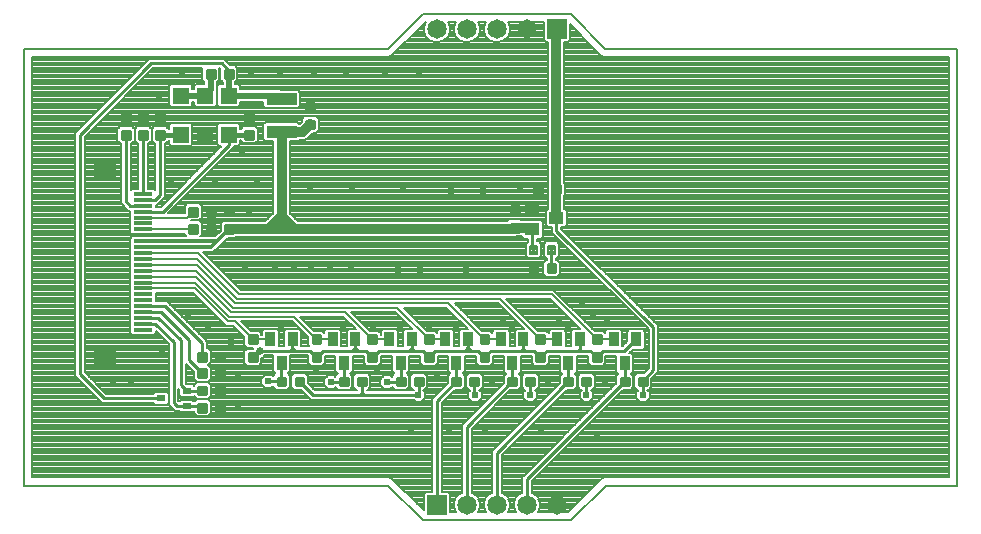
<source format=gtl>
G75*
%MOIN*%
%OFA0B0*%
%FSLAX25Y25*%
%IPPOS*%
%LPD*%
%AMOC8*
5,1,8,0,0,1.08239X$1,22.5*
%
%ADD10C,0.00600*%
%ADD11C,0.00875*%
%ADD12R,0.05500X0.05500*%
%ADD13C,0.00750*%
%ADD14R,0.06299X0.01181*%
%ADD15R,0.07677X0.06299*%
%ADD16R,0.06500X0.06500*%
%ADD17C,0.06500*%
%ADD18R,0.09843X0.03937*%
%ADD19R,0.03150X0.01969*%
%ADD20R,0.03500X0.04500*%
%ADD21R,0.04500X0.04000*%
%ADD22C,0.01000*%
%ADD23C,0.02400*%
%ADD24C,0.00800*%
%ADD25C,0.03200*%
%ADD26C,0.02578*%
%ADD27C,0.01200*%
%ADD28C,0.01500*%
%ADD29C,0.02000*%
D10*
X0008065Y0019400D02*
X0008065Y0165069D01*
X0129265Y0165069D01*
X0140865Y0176669D01*
X0190365Y0176669D01*
X0201665Y0165069D01*
X0319089Y0165069D01*
X0319089Y0019400D01*
X0201965Y0019400D01*
X0190365Y0007800D01*
X0140865Y0007800D01*
X0129265Y0019400D01*
X0008065Y0019400D01*
D11*
X0066113Y0046708D02*
X0068739Y0046708D01*
X0068739Y0044082D01*
X0066113Y0044082D01*
X0066113Y0046708D01*
X0066113Y0044956D02*
X0068739Y0044956D01*
X0068739Y0045830D02*
X0066113Y0045830D01*
X0066113Y0046704D02*
X0068739Y0046704D01*
X0072113Y0046708D02*
X0074739Y0046708D01*
X0074739Y0044082D01*
X0072113Y0044082D01*
X0072113Y0046708D01*
X0072113Y0044956D02*
X0074739Y0044956D01*
X0074739Y0045830D02*
X0072113Y0045830D01*
X0072113Y0046704D02*
X0074739Y0046704D01*
X0074739Y0052408D02*
X0072113Y0052408D01*
X0074739Y0052408D02*
X0074739Y0049782D01*
X0072113Y0049782D01*
X0072113Y0052408D01*
X0072113Y0050656D02*
X0074739Y0050656D01*
X0074739Y0051530D02*
X0072113Y0051530D01*
X0072113Y0052404D02*
X0074739Y0052404D01*
X0074739Y0058108D02*
X0072113Y0058108D01*
X0074739Y0058108D02*
X0074739Y0055482D01*
X0072113Y0055482D01*
X0072113Y0058108D01*
X0072113Y0056356D02*
X0074739Y0056356D01*
X0074739Y0057230D02*
X0072113Y0057230D01*
X0072113Y0058104D02*
X0074739Y0058104D01*
X0074739Y0063708D02*
X0072113Y0063708D01*
X0074739Y0063708D02*
X0074739Y0061082D01*
X0072113Y0061082D01*
X0072113Y0063708D01*
X0072113Y0061956D02*
X0074739Y0061956D01*
X0074739Y0062830D02*
X0072113Y0062830D01*
X0072113Y0063704D02*
X0074739Y0063704D01*
X0068739Y0063708D02*
X0066113Y0063708D01*
X0068739Y0063708D02*
X0068739Y0061082D01*
X0066113Y0061082D01*
X0066113Y0063708D01*
X0066113Y0061956D02*
X0068739Y0061956D01*
X0068739Y0062830D02*
X0066113Y0062830D01*
X0066113Y0063704D02*
X0068739Y0063704D01*
X0068739Y0058108D02*
X0066113Y0058108D01*
X0068739Y0058108D02*
X0068739Y0055482D01*
X0066113Y0055482D01*
X0066113Y0058108D01*
X0066113Y0056356D02*
X0068739Y0056356D01*
X0068739Y0057230D02*
X0066113Y0057230D01*
X0066113Y0058104D02*
X0068739Y0058104D01*
X0068739Y0052408D02*
X0066113Y0052408D01*
X0068739Y0052408D02*
X0068739Y0049782D01*
X0066113Y0049782D01*
X0066113Y0052408D01*
X0066113Y0050656D02*
X0068739Y0050656D01*
X0068739Y0051530D02*
X0066113Y0051530D01*
X0066113Y0052404D02*
X0068739Y0052404D01*
X0082957Y0060848D02*
X0082957Y0063474D01*
X0085583Y0063474D01*
X0085583Y0060848D01*
X0082957Y0060848D01*
X0082957Y0061722D02*
X0085583Y0061722D01*
X0085583Y0062596D02*
X0082957Y0062596D01*
X0082957Y0063470D02*
X0085583Y0063470D01*
X0082957Y0066848D02*
X0082957Y0069474D01*
X0085583Y0069474D01*
X0085583Y0066848D01*
X0082957Y0066848D01*
X0082957Y0067722D02*
X0085583Y0067722D01*
X0085583Y0068596D02*
X0082957Y0068596D01*
X0082957Y0069470D02*
X0085583Y0069470D01*
X0104157Y0069474D02*
X0104157Y0066848D01*
X0104157Y0069474D02*
X0106783Y0069474D01*
X0106783Y0066848D01*
X0104157Y0066848D01*
X0104157Y0067722D02*
X0106783Y0067722D01*
X0106783Y0068596D02*
X0104157Y0068596D01*
X0104157Y0069470D02*
X0106783Y0069470D01*
X0104157Y0063474D02*
X0104157Y0060848D01*
X0104157Y0063474D02*
X0106783Y0063474D01*
X0106783Y0060848D01*
X0104157Y0060848D01*
X0104157Y0061722D02*
X0106783Y0061722D01*
X0106783Y0062596D02*
X0104157Y0062596D01*
X0104157Y0063470D02*
X0106783Y0063470D01*
X0101117Y0052792D02*
X0098491Y0052792D01*
X0098491Y0055418D01*
X0101117Y0055418D01*
X0101117Y0052792D01*
X0101117Y0053666D02*
X0098491Y0053666D01*
X0098491Y0054540D02*
X0101117Y0054540D01*
X0101117Y0055414D02*
X0098491Y0055414D01*
X0095117Y0052792D02*
X0092491Y0052792D01*
X0092491Y0055418D01*
X0095117Y0055418D01*
X0095117Y0052792D01*
X0095117Y0053666D02*
X0092491Y0053666D01*
X0092491Y0054540D02*
X0095117Y0054540D01*
X0095117Y0055414D02*
X0092491Y0055414D01*
X0113291Y0052792D02*
X0115917Y0052792D01*
X0113291Y0052792D02*
X0113291Y0055418D01*
X0115917Y0055418D01*
X0115917Y0052792D01*
X0115917Y0053666D02*
X0113291Y0053666D01*
X0113291Y0054540D02*
X0115917Y0054540D01*
X0115917Y0055414D02*
X0113291Y0055414D01*
X0119291Y0052792D02*
X0121917Y0052792D01*
X0119291Y0052792D02*
X0119291Y0055418D01*
X0121917Y0055418D01*
X0121917Y0052792D01*
X0121917Y0053666D02*
X0119291Y0053666D01*
X0119291Y0054540D02*
X0121917Y0054540D01*
X0121917Y0055414D02*
X0119291Y0055414D01*
X0122757Y0060848D02*
X0122757Y0063474D01*
X0125383Y0063474D01*
X0125383Y0060848D01*
X0122757Y0060848D01*
X0122757Y0061722D02*
X0125383Y0061722D01*
X0125383Y0062596D02*
X0122757Y0062596D01*
X0122757Y0063470D02*
X0125383Y0063470D01*
X0122757Y0066848D02*
X0122757Y0069474D01*
X0125383Y0069474D01*
X0125383Y0066848D01*
X0122757Y0066848D01*
X0122757Y0067722D02*
X0125383Y0067722D01*
X0125383Y0068596D02*
X0122757Y0068596D01*
X0122757Y0069470D02*
X0125383Y0069470D01*
X0141657Y0069474D02*
X0141657Y0066848D01*
X0141657Y0069474D02*
X0144283Y0069474D01*
X0144283Y0066848D01*
X0141657Y0066848D01*
X0141657Y0067722D02*
X0144283Y0067722D01*
X0144283Y0068596D02*
X0141657Y0068596D01*
X0141657Y0069470D02*
X0144283Y0069470D01*
X0141657Y0063474D02*
X0141657Y0060848D01*
X0141657Y0063474D02*
X0144283Y0063474D01*
X0144283Y0060848D01*
X0141657Y0060848D01*
X0141657Y0061722D02*
X0144283Y0061722D01*
X0144283Y0062596D02*
X0141657Y0062596D01*
X0141657Y0063470D02*
X0144283Y0063470D01*
X0140817Y0052792D02*
X0138191Y0052792D01*
X0138191Y0055418D01*
X0140817Y0055418D01*
X0140817Y0052792D01*
X0140817Y0053666D02*
X0138191Y0053666D01*
X0138191Y0054540D02*
X0140817Y0054540D01*
X0140817Y0055414D02*
X0138191Y0055414D01*
X0134817Y0052792D02*
X0132191Y0052792D01*
X0132191Y0055418D01*
X0134817Y0055418D01*
X0134817Y0052792D01*
X0134817Y0053666D02*
X0132191Y0053666D01*
X0132191Y0054540D02*
X0134817Y0054540D01*
X0134817Y0055414D02*
X0132191Y0055414D01*
X0150791Y0052792D02*
X0153417Y0052792D01*
X0150791Y0052792D02*
X0150791Y0055418D01*
X0153417Y0055418D01*
X0153417Y0052792D01*
X0153417Y0053666D02*
X0150791Y0053666D01*
X0150791Y0054540D02*
X0153417Y0054540D01*
X0153417Y0055414D02*
X0150791Y0055414D01*
X0156791Y0052792D02*
X0159417Y0052792D01*
X0156791Y0052792D02*
X0156791Y0055418D01*
X0159417Y0055418D01*
X0159417Y0052792D01*
X0159417Y0053666D02*
X0156791Y0053666D01*
X0156791Y0054540D02*
X0159417Y0054540D01*
X0159417Y0055414D02*
X0156791Y0055414D01*
X0160157Y0060848D02*
X0160157Y0063474D01*
X0162783Y0063474D01*
X0162783Y0060848D01*
X0160157Y0060848D01*
X0160157Y0061722D02*
X0162783Y0061722D01*
X0162783Y0062596D02*
X0160157Y0062596D01*
X0160157Y0063470D02*
X0162783Y0063470D01*
X0160157Y0066848D02*
X0160157Y0069474D01*
X0162783Y0069474D01*
X0162783Y0066848D01*
X0160157Y0066848D01*
X0160157Y0067722D02*
X0162783Y0067722D01*
X0162783Y0068596D02*
X0160157Y0068596D01*
X0160157Y0069470D02*
X0162783Y0069470D01*
X0178757Y0069474D02*
X0178757Y0066848D01*
X0178757Y0069474D02*
X0181383Y0069474D01*
X0181383Y0066848D01*
X0178757Y0066848D01*
X0178757Y0067722D02*
X0181383Y0067722D01*
X0181383Y0068596D02*
X0178757Y0068596D01*
X0178757Y0069470D02*
X0181383Y0069470D01*
X0178757Y0063474D02*
X0178757Y0060848D01*
X0178757Y0063474D02*
X0181383Y0063474D01*
X0181383Y0060848D01*
X0178757Y0060848D01*
X0178757Y0061722D02*
X0181383Y0061722D01*
X0181383Y0062596D02*
X0178757Y0062596D01*
X0178757Y0063470D02*
X0181383Y0063470D01*
X0178017Y0052792D02*
X0175391Y0052792D01*
X0175391Y0055418D01*
X0178017Y0055418D01*
X0178017Y0052792D01*
X0178017Y0053666D02*
X0175391Y0053666D01*
X0175391Y0054540D02*
X0178017Y0054540D01*
X0178017Y0055414D02*
X0175391Y0055414D01*
X0172017Y0052792D02*
X0169391Y0052792D01*
X0169391Y0055418D01*
X0172017Y0055418D01*
X0172017Y0052792D01*
X0172017Y0053666D02*
X0169391Y0053666D01*
X0169391Y0054540D02*
X0172017Y0054540D01*
X0172017Y0055414D02*
X0169391Y0055414D01*
X0188091Y0052792D02*
X0190717Y0052792D01*
X0188091Y0052792D02*
X0188091Y0055418D01*
X0190717Y0055418D01*
X0190717Y0052792D01*
X0190717Y0053666D02*
X0188091Y0053666D01*
X0188091Y0054540D02*
X0190717Y0054540D01*
X0190717Y0055414D02*
X0188091Y0055414D01*
X0194091Y0052792D02*
X0196717Y0052792D01*
X0194091Y0052792D02*
X0194091Y0055418D01*
X0196717Y0055418D01*
X0196717Y0052792D01*
X0196717Y0053666D02*
X0194091Y0053666D01*
X0194091Y0054540D02*
X0196717Y0054540D01*
X0196717Y0055414D02*
X0194091Y0055414D01*
X0197557Y0060848D02*
X0197557Y0063474D01*
X0200183Y0063474D01*
X0200183Y0060848D01*
X0197557Y0060848D01*
X0197557Y0061722D02*
X0200183Y0061722D01*
X0200183Y0062596D02*
X0197557Y0062596D01*
X0197557Y0063470D02*
X0200183Y0063470D01*
X0197557Y0066848D02*
X0197557Y0069474D01*
X0200183Y0069474D01*
X0200183Y0066848D01*
X0197557Y0066848D01*
X0197557Y0067722D02*
X0200183Y0067722D01*
X0200183Y0068596D02*
X0197557Y0068596D01*
X0197557Y0069470D02*
X0200183Y0069470D01*
X0206891Y0052792D02*
X0209517Y0052792D01*
X0206891Y0052792D02*
X0206891Y0055418D01*
X0209517Y0055418D01*
X0209517Y0052792D01*
X0209517Y0053666D02*
X0206891Y0053666D01*
X0206891Y0054540D02*
X0209517Y0054540D01*
X0209517Y0055414D02*
X0206891Y0055414D01*
X0212891Y0052792D02*
X0215517Y0052792D01*
X0212891Y0052792D02*
X0212891Y0055418D01*
X0215517Y0055418D01*
X0215517Y0052792D01*
X0215517Y0053666D02*
X0212891Y0053666D01*
X0212891Y0054540D02*
X0215517Y0054540D01*
X0215517Y0055414D02*
X0212891Y0055414D01*
X0185117Y0090492D02*
X0182491Y0090492D01*
X0182491Y0093118D01*
X0185117Y0093118D01*
X0185117Y0090492D01*
X0185117Y0091366D02*
X0182491Y0091366D01*
X0182491Y0092240D02*
X0185117Y0092240D01*
X0185117Y0093114D02*
X0182491Y0093114D01*
X0179117Y0090492D02*
X0176491Y0090492D01*
X0176491Y0093118D01*
X0179117Y0093118D01*
X0179117Y0090492D01*
X0179117Y0091366D02*
X0176491Y0091366D01*
X0176491Y0092240D02*
X0179117Y0092240D01*
X0179117Y0093114D02*
X0176491Y0093114D01*
X0170357Y0104048D02*
X0170357Y0106674D01*
X0172983Y0106674D01*
X0172983Y0104048D01*
X0170357Y0104048D01*
X0170357Y0104922D02*
X0172983Y0104922D01*
X0172983Y0105796D02*
X0170357Y0105796D01*
X0170357Y0106670D02*
X0172983Y0106670D01*
X0170357Y0110048D02*
X0170357Y0112674D01*
X0172983Y0112674D01*
X0172983Y0110048D01*
X0170357Y0110048D01*
X0170357Y0110922D02*
X0172983Y0110922D01*
X0172983Y0111796D02*
X0170357Y0111796D01*
X0170357Y0112670D02*
X0172983Y0112670D01*
X0178091Y0116892D02*
X0180717Y0116892D01*
X0178091Y0116892D02*
X0178091Y0119518D01*
X0180717Y0119518D01*
X0180717Y0116892D01*
X0180717Y0117766D02*
X0178091Y0117766D01*
X0178091Y0118640D02*
X0180717Y0118640D01*
X0180717Y0119514D02*
X0178091Y0119514D01*
X0184091Y0116892D02*
X0186717Y0116892D01*
X0184091Y0116892D02*
X0184091Y0119518D01*
X0186717Y0119518D01*
X0186717Y0116892D01*
X0186717Y0117766D02*
X0184091Y0117766D01*
X0184091Y0118640D02*
X0186717Y0118640D01*
X0186717Y0119514D02*
X0184091Y0119514D01*
X0102057Y0138448D02*
X0102057Y0141074D01*
X0104683Y0141074D01*
X0104683Y0138448D01*
X0102057Y0138448D01*
X0102057Y0139322D02*
X0104683Y0139322D01*
X0104683Y0140196D02*
X0102057Y0140196D01*
X0102057Y0141070D02*
X0104683Y0141070D01*
X0102057Y0144448D02*
X0102057Y0147074D01*
X0104683Y0147074D01*
X0104683Y0144448D01*
X0102057Y0144448D01*
X0102057Y0145322D02*
X0104683Y0145322D01*
X0104683Y0146196D02*
X0102057Y0146196D01*
X0102057Y0147070D02*
X0104683Y0147070D01*
X0081757Y0143674D02*
X0081757Y0141048D01*
X0081757Y0143674D02*
X0084383Y0143674D01*
X0084383Y0141048D01*
X0081757Y0141048D01*
X0081757Y0141922D02*
X0084383Y0141922D01*
X0084383Y0142796D02*
X0081757Y0142796D01*
X0081757Y0143670D02*
X0084383Y0143670D01*
X0081757Y0137674D02*
X0081757Y0135048D01*
X0081757Y0137674D02*
X0084383Y0137674D01*
X0084383Y0135048D01*
X0081757Y0135048D01*
X0081757Y0135922D02*
X0084383Y0135922D01*
X0084383Y0136796D02*
X0081757Y0136796D01*
X0081757Y0137670D02*
X0084383Y0137670D01*
X0077539Y0157908D02*
X0074913Y0157908D01*
X0077539Y0157908D02*
X0077539Y0155282D01*
X0074913Y0155282D01*
X0074913Y0157908D01*
X0074913Y0156156D02*
X0077539Y0156156D01*
X0077539Y0157030D02*
X0074913Y0157030D01*
X0074913Y0157904D02*
X0077539Y0157904D01*
X0071539Y0157908D02*
X0068913Y0157908D01*
X0071539Y0157908D02*
X0071539Y0155282D01*
X0068913Y0155282D01*
X0068913Y0157908D01*
X0068913Y0156156D02*
X0071539Y0156156D01*
X0071539Y0157030D02*
X0068913Y0157030D01*
X0068913Y0157904D02*
X0071539Y0157904D01*
X0052057Y0143674D02*
X0052057Y0141048D01*
X0052057Y0143674D02*
X0054683Y0143674D01*
X0054683Y0141048D01*
X0052057Y0141048D01*
X0052057Y0141922D02*
X0054683Y0141922D01*
X0054683Y0142796D02*
X0052057Y0142796D01*
X0052057Y0143670D02*
X0054683Y0143670D01*
X0046357Y0143674D02*
X0046357Y0141048D01*
X0046357Y0143674D02*
X0048983Y0143674D01*
X0048983Y0141048D01*
X0046357Y0141048D01*
X0046357Y0141922D02*
X0048983Y0141922D01*
X0048983Y0142796D02*
X0046357Y0142796D01*
X0046357Y0143670D02*
X0048983Y0143670D01*
X0040657Y0143674D02*
X0040657Y0141048D01*
X0040657Y0143674D02*
X0043283Y0143674D01*
X0043283Y0141048D01*
X0040657Y0141048D01*
X0040657Y0141922D02*
X0043283Y0141922D01*
X0043283Y0142796D02*
X0040657Y0142796D01*
X0040657Y0143670D02*
X0043283Y0143670D01*
X0040657Y0137674D02*
X0040657Y0135048D01*
X0040657Y0137674D02*
X0043283Y0137674D01*
X0043283Y0135048D01*
X0040657Y0135048D01*
X0040657Y0135922D02*
X0043283Y0135922D01*
X0043283Y0136796D02*
X0040657Y0136796D01*
X0040657Y0137670D02*
X0043283Y0137670D01*
X0046357Y0137674D02*
X0046357Y0135048D01*
X0046357Y0137674D02*
X0048983Y0137674D01*
X0048983Y0135048D01*
X0046357Y0135048D01*
X0046357Y0135922D02*
X0048983Y0135922D01*
X0048983Y0136796D02*
X0046357Y0136796D01*
X0046357Y0137670D02*
X0048983Y0137670D01*
X0052057Y0137674D02*
X0052057Y0135048D01*
X0052057Y0137674D02*
X0054683Y0137674D01*
X0054683Y0135048D01*
X0052057Y0135048D01*
X0052057Y0135922D02*
X0054683Y0135922D01*
X0054683Y0136796D02*
X0052057Y0136796D01*
X0052057Y0137670D02*
X0054683Y0137670D01*
X0063013Y0112008D02*
X0065639Y0112008D01*
X0065639Y0109382D01*
X0063013Y0109382D01*
X0063013Y0112008D01*
X0063013Y0110256D02*
X0065639Y0110256D01*
X0065639Y0111130D02*
X0063013Y0111130D01*
X0063013Y0112004D02*
X0065639Y0112004D01*
X0069013Y0112008D02*
X0071639Y0112008D01*
X0071639Y0109382D01*
X0069013Y0109382D01*
X0069013Y0112008D01*
X0069013Y0110256D02*
X0071639Y0110256D01*
X0071639Y0111130D02*
X0069013Y0111130D01*
X0069013Y0112004D02*
X0071639Y0112004D01*
X0075057Y0112174D02*
X0075057Y0109548D01*
X0075057Y0112174D02*
X0077683Y0112174D01*
X0077683Y0109548D01*
X0075057Y0109548D01*
X0075057Y0110422D02*
X0077683Y0110422D01*
X0077683Y0111296D02*
X0075057Y0111296D01*
X0075057Y0112170D02*
X0077683Y0112170D01*
X0075057Y0106174D02*
X0075057Y0103548D01*
X0075057Y0106174D02*
X0077683Y0106174D01*
X0077683Y0103548D01*
X0075057Y0103548D01*
X0075057Y0104422D02*
X0077683Y0104422D01*
X0077683Y0105296D02*
X0075057Y0105296D01*
X0075057Y0106170D02*
X0077683Y0106170D01*
X0071639Y0106308D02*
X0069013Y0106308D01*
X0071639Y0106308D02*
X0071639Y0103682D01*
X0069013Y0103682D01*
X0069013Y0106308D01*
X0069013Y0104556D02*
X0071639Y0104556D01*
X0071639Y0105430D02*
X0069013Y0105430D01*
X0069013Y0106304D02*
X0071639Y0106304D01*
X0065639Y0106308D02*
X0063013Y0106308D01*
X0065639Y0106308D02*
X0065639Y0103682D01*
X0063013Y0103682D01*
X0063013Y0106308D01*
X0063013Y0104556D02*
X0065639Y0104556D01*
X0065639Y0105430D02*
X0063013Y0105430D01*
X0063013Y0106304D02*
X0065639Y0106304D01*
D12*
X0068360Y0136339D03*
X0076260Y0136339D03*
X0060270Y0136361D03*
X0060270Y0149361D03*
X0068360Y0149339D03*
X0076260Y0149339D03*
D13*
X0176679Y0096630D02*
X0178929Y0096630D01*
X0176679Y0096630D02*
X0176679Y0099380D01*
X0178929Y0099380D01*
X0178929Y0096630D01*
X0178929Y0097379D02*
X0176679Y0097379D01*
X0176679Y0098128D02*
X0178929Y0098128D01*
X0178929Y0098877D02*
X0176679Y0098877D01*
X0182679Y0096630D02*
X0184929Y0096630D01*
X0182679Y0096630D02*
X0182679Y0099380D01*
X0184929Y0099380D01*
X0184929Y0096630D01*
X0184929Y0097379D02*
X0182679Y0097379D01*
X0182679Y0098128D02*
X0184929Y0098128D01*
X0184929Y0098877D02*
X0182679Y0098877D01*
D14*
X0047632Y0098887D03*
X0047632Y0100855D03*
X0047632Y0102824D03*
X0047632Y0104792D03*
X0047632Y0106761D03*
X0047632Y0108729D03*
X0047632Y0110698D03*
X0047632Y0112666D03*
X0047632Y0114635D03*
X0047632Y0116603D03*
X0047632Y0096918D03*
X0047632Y0094950D03*
X0047632Y0092981D03*
X0047632Y0091013D03*
X0047632Y0089044D03*
X0047632Y0087076D03*
X0047632Y0085107D03*
X0047632Y0083139D03*
X0047632Y0081170D03*
X0047632Y0079202D03*
X0047632Y0077233D03*
X0047632Y0075265D03*
X0047632Y0073296D03*
X0047632Y0071328D03*
D15*
X0034837Y0062863D03*
X0034837Y0125068D03*
D16*
X0185565Y0171469D03*
X0145565Y0013000D03*
D17*
X0155565Y0013000D03*
X0165565Y0013000D03*
X0175565Y0013000D03*
X0185565Y0013000D03*
X0175565Y0171469D03*
X0165565Y0171469D03*
X0155565Y0171469D03*
X0145565Y0171469D03*
D18*
X0093826Y0148201D03*
X0093826Y0137390D03*
D19*
X0062170Y0051020D03*
X0062170Y0045902D03*
X0053508Y0048461D03*
D20*
X0090086Y0068195D03*
X0097566Y0068195D03*
X0093826Y0060195D03*
X0110886Y0068195D03*
X0118366Y0068195D03*
X0114626Y0060195D03*
X0129786Y0068195D03*
X0137266Y0068195D03*
X0133526Y0060195D03*
X0148386Y0068195D03*
X0155866Y0068195D03*
X0152126Y0060195D03*
X0166986Y0068095D03*
X0174466Y0068095D03*
X0185686Y0068095D03*
X0193166Y0068095D03*
X0204486Y0068095D03*
X0211966Y0068095D03*
X0208226Y0060095D03*
X0189426Y0060095D03*
X0170726Y0060095D03*
D21*
X0177470Y0104820D03*
X0185470Y0108561D03*
X0177470Y0112301D03*
D22*
X0185470Y0108561D02*
X0185470Y0104395D01*
X0217765Y0072100D01*
X0217765Y0057900D01*
X0214204Y0054339D01*
X0214204Y0054105D01*
X0214204Y0049561D01*
X0214265Y0049500D01*
X0208226Y0054126D02*
X0208204Y0054105D01*
X0175565Y0021465D01*
X0175565Y0013000D01*
X0165565Y0013000D02*
X0165565Y0030265D01*
X0189404Y0054105D01*
X0189426Y0054126D01*
X0189426Y0060095D01*
X0192665Y0064300D02*
X0193166Y0064801D01*
X0193166Y0064799D01*
X0193665Y0064300D01*
X0196765Y0064300D01*
X0196765Y0064265D01*
X0198870Y0062161D01*
X0199026Y0062161D01*
X0201065Y0064200D01*
X0208071Y0064200D01*
X0211966Y0068095D01*
X0211966Y0068799D01*
X0208226Y0060095D02*
X0208226Y0054126D01*
X0195465Y0054044D02*
X0195465Y0049500D01*
X0195465Y0054044D02*
X0195404Y0054105D01*
X0182209Y0064300D02*
X0180070Y0062161D01*
X0180004Y0062161D01*
X0177865Y0064300D01*
X0175165Y0064300D01*
X0174466Y0064999D01*
X0174466Y0065100D01*
X0173666Y0064300D01*
X0163609Y0064300D01*
X0161470Y0062161D01*
X0159330Y0064300D01*
X0156865Y0064300D01*
X0156065Y0065100D01*
X0155866Y0065100D01*
X0155765Y0065100D01*
X0154965Y0064300D01*
X0145065Y0064300D01*
X0142970Y0062205D01*
X0142970Y0062161D01*
X0140830Y0064300D01*
X0138066Y0064300D01*
X0137266Y0065100D01*
X0136466Y0064300D01*
X0126365Y0064300D01*
X0124226Y0062161D01*
X0124070Y0062161D01*
X0121930Y0064300D01*
X0119365Y0064300D01*
X0118365Y0065300D01*
X0117365Y0064300D01*
X0107665Y0064300D01*
X0105526Y0062161D01*
X0105470Y0062161D01*
X0103230Y0064400D01*
X0098365Y0064400D01*
X0097465Y0065300D01*
X0096565Y0064400D01*
X0086565Y0064400D01*
X0086509Y0064400D01*
X0084270Y0062161D01*
X0093804Y0060174D02*
X0093804Y0054105D01*
X0089370Y0054105D01*
X0089365Y0054100D01*
X0093804Y0060174D02*
X0093826Y0060195D01*
X0096565Y0064400D02*
X0097465Y0064400D01*
X0097465Y0065300D01*
X0097465Y0068094D01*
X0097566Y0068195D01*
X0097465Y0064400D02*
X0098365Y0064400D01*
X0099804Y0054105D02*
X0104409Y0049500D01*
X0119865Y0049500D01*
X0120604Y0050239D01*
X0120604Y0050161D01*
X0121265Y0049500D01*
X0139465Y0049500D01*
X0139504Y0049539D01*
X0139504Y0054105D01*
X0133526Y0054126D02*
X0133504Y0054105D01*
X0133300Y0053900D01*
X0129065Y0053900D01*
X0133526Y0054126D02*
X0133526Y0060195D01*
X0136466Y0064300D02*
X0137465Y0064300D01*
X0137266Y0064499D01*
X0137266Y0065100D01*
X0137266Y0068195D01*
X0137465Y0064300D02*
X0138066Y0064300D01*
X0152126Y0060195D02*
X0152126Y0054126D01*
X0152104Y0054105D01*
X0145565Y0047565D01*
X0145565Y0013000D01*
X0155565Y0013000D02*
X0155565Y0038965D01*
X0170704Y0054105D01*
X0170726Y0054126D01*
X0170726Y0060095D01*
X0173666Y0064300D02*
X0174465Y0064300D01*
X0174466Y0064301D01*
X0174466Y0064999D01*
X0174466Y0065100D02*
X0174466Y0068095D01*
X0174465Y0064300D02*
X0175165Y0064300D01*
X0182209Y0064300D02*
X0192665Y0064300D01*
X0193165Y0064300D01*
X0193166Y0064301D01*
X0193166Y0064799D01*
X0193166Y0064801D02*
X0193166Y0068095D01*
X0193165Y0064300D02*
X0193665Y0064300D01*
X0176704Y0054105D02*
X0176704Y0049561D01*
X0176765Y0049500D01*
X0158265Y0049500D02*
X0158104Y0049661D01*
X0158104Y0054105D01*
X0156865Y0064300D02*
X0155865Y0064300D01*
X0155866Y0064301D01*
X0155866Y0065100D01*
X0155866Y0068195D01*
X0155865Y0064300D02*
X0154965Y0064300D01*
X0119365Y0064300D02*
X0118365Y0064300D01*
X0118365Y0065300D01*
X0118365Y0068194D01*
X0118366Y0068195D01*
X0118365Y0064300D02*
X0117365Y0064300D01*
X0114626Y0060195D02*
X0114626Y0054126D01*
X0114604Y0054105D01*
X0114400Y0053900D01*
X0110265Y0053900D01*
X0120604Y0054105D02*
X0120604Y0050239D01*
X0120604Y0050161D02*
X0120604Y0049739D01*
X0120365Y0049500D01*
X0119865Y0049500D01*
X0120365Y0049500D02*
X0121265Y0049500D01*
X0067426Y0051095D02*
X0067350Y0051020D01*
X0062170Y0051020D01*
X0060265Y0052924D01*
X0060265Y0063800D01*
X0060265Y0064621D01*
X0060265Y0067800D01*
X0052801Y0075265D01*
X0047632Y0075265D01*
X0047632Y0077233D02*
X0053632Y0077233D01*
X0062865Y0068000D01*
X0062865Y0061356D01*
X0067426Y0056795D01*
X0067321Y0062500D02*
X0067321Y0066844D01*
X0054964Y0079202D01*
X0047632Y0079202D01*
X0047632Y0073296D02*
X0051761Y0073296D01*
X0051765Y0073300D01*
X0057865Y0067200D01*
X0057865Y0047000D01*
X0058964Y0045902D01*
X0062170Y0045902D01*
X0066919Y0045902D01*
X0067426Y0045395D01*
X0053508Y0048461D02*
X0034604Y0048461D01*
X0026565Y0056500D01*
X0026565Y0136300D01*
X0050365Y0160100D01*
X0073865Y0160100D01*
X0076260Y0157705D01*
X0076260Y0156561D01*
X0076260Y0136339D02*
X0076260Y0132795D01*
X0054163Y0110698D01*
X0047632Y0110698D01*
X0047632Y0112666D02*
X0043399Y0112666D01*
X0041965Y0114100D01*
X0041965Y0136356D01*
X0041970Y0136361D01*
X0047632Y0136323D02*
X0047632Y0116603D01*
X0047632Y0114635D02*
X0051700Y0114635D01*
X0053370Y0116305D01*
X0053370Y0136361D01*
X0053365Y0136356D01*
X0047670Y0136361D02*
X0047632Y0136323D01*
X0076260Y0136339D02*
X0076265Y0136335D01*
X0083049Y0136339D02*
X0083070Y0136361D01*
X0171670Y0105361D02*
X0171965Y0105065D01*
X0177470Y0104820D02*
X0177470Y0098339D01*
X0177804Y0098005D01*
X0183804Y0098005D02*
X0183804Y0091805D01*
D23*
X0193965Y0079500D03*
X0197665Y0076700D03*
X0202365Y0073500D03*
X0189365Y0071600D03*
X0186165Y0074100D03*
X0170665Y0071700D03*
X0167565Y0074500D03*
X0151965Y0072200D03*
X0142965Y0072400D03*
X0133465Y0072100D03*
X0124165Y0072400D03*
X0114465Y0072600D03*
X0093765Y0072000D03*
X0076965Y0067300D03*
X0069265Y0071600D03*
X0062665Y0076200D03*
X0054065Y0063600D03*
X0043565Y0054100D03*
X0037665Y0053900D03*
X0079465Y0055400D03*
X0089365Y0054100D03*
X0079465Y0045300D03*
X0105165Y0057400D03*
X0110265Y0053900D03*
X0125665Y0057200D03*
X0129065Y0053900D03*
X0139465Y0049500D03*
X0145765Y0056300D03*
X0158265Y0049500D03*
X0163965Y0054100D03*
X0176765Y0049500D03*
X0182765Y0054000D03*
X0195465Y0049500D03*
X0201565Y0053900D03*
X0214265Y0049500D03*
X0198865Y0036600D03*
X0180265Y0037400D03*
X0161765Y0037400D03*
X0149665Y0037200D03*
X0136865Y0037400D03*
X0132565Y0091300D03*
X0139865Y0091400D03*
X0155265Y0091100D03*
X0116865Y0092000D03*
X0109865Y0092200D03*
X0103665Y0092200D03*
X0097965Y0092300D03*
X0091765Y0092400D03*
X0081765Y0092900D03*
X0082865Y0110100D03*
X0085765Y0120700D03*
X0071665Y0120300D03*
X0056865Y0120200D03*
X0056265Y0131600D03*
X0050565Y0131500D03*
X0044765Y0131500D03*
X0053065Y0149100D03*
X0060665Y0156200D03*
X0083665Y0156500D03*
X0093365Y0156100D03*
X0104565Y0156300D03*
X0115265Y0156300D03*
X0128265Y0156300D03*
X0139565Y0156300D03*
X0080765Y0131400D03*
X0103265Y0118400D03*
X0117465Y0118000D03*
X0134165Y0117800D03*
X0150465Y0117500D03*
X0160865Y0117700D03*
X0173165Y0117800D03*
D24*
X0182554Y0117995D02*
X0096526Y0117995D01*
X0096526Y0118793D02*
X0182554Y0118793D01*
X0182554Y0119592D02*
X0096526Y0119592D01*
X0096526Y0120390D02*
X0182704Y0120390D01*
X0182704Y0120304D02*
X0182554Y0120154D01*
X0182554Y0116255D01*
X0182704Y0116105D01*
X0182704Y0111601D01*
X0182120Y0111016D01*
X0182120Y0106105D01*
X0182764Y0105461D01*
X0183870Y0105461D01*
X0183870Y0103733D01*
X0216165Y0071437D01*
X0216165Y0058563D01*
X0214557Y0056955D01*
X0212255Y0056955D01*
X0211354Y0056054D01*
X0211354Y0052155D01*
X0212255Y0051255D01*
X0212604Y0051255D01*
X0212604Y0051092D01*
X0211965Y0050453D01*
X0211965Y0048547D01*
X0213312Y0047200D01*
X0215218Y0047200D01*
X0216565Y0048547D01*
X0216565Y0050453D01*
X0215804Y0051213D01*
X0215804Y0051255D01*
X0216154Y0051255D01*
X0217054Y0052155D01*
X0217054Y0054927D01*
X0218428Y0056300D01*
X0219365Y0057237D01*
X0219365Y0072763D01*
X0187070Y0105058D01*
X0187070Y0105461D01*
X0188175Y0105461D01*
X0188820Y0106105D01*
X0188820Y0111016D01*
X0188175Y0111661D01*
X0188104Y0111661D01*
X0188104Y0116105D01*
X0188254Y0116255D01*
X0188254Y0120154D01*
X0188104Y0120304D01*
X0188104Y0167119D01*
X0189271Y0167119D01*
X0189915Y0167764D01*
X0189915Y0173262D01*
X0199369Y0163557D01*
X0199376Y0163540D01*
X0199743Y0163173D01*
X0200106Y0162801D01*
X0200123Y0162793D01*
X0200136Y0162780D01*
X0200615Y0162582D01*
X0201093Y0162377D01*
X0201111Y0162376D01*
X0201128Y0162369D01*
X0201647Y0162369D01*
X0202167Y0162363D01*
X0202184Y0162369D01*
X0316389Y0162369D01*
X0316389Y0022100D01*
X0201428Y0022100D01*
X0200436Y0021689D01*
X0189247Y0010500D01*
X0179217Y0010500D01*
X0179253Y0010536D01*
X0179915Y0012135D01*
X0179915Y0013865D01*
X0179253Y0015464D01*
X0178029Y0016688D01*
X0177165Y0017046D01*
X0177165Y0020803D01*
X0207617Y0051255D01*
X0210154Y0051255D01*
X0211054Y0052155D01*
X0211054Y0056054D01*
X0210363Y0056745D01*
X0210431Y0056745D01*
X0211076Y0057390D01*
X0211076Y0062801D01*
X0210431Y0063445D01*
X0209579Y0063445D01*
X0210879Y0064745D01*
X0214172Y0064745D01*
X0214816Y0065390D01*
X0214816Y0070801D01*
X0214172Y0071445D01*
X0209760Y0071445D01*
X0209116Y0070801D01*
X0209116Y0067508D01*
X0207408Y0065800D01*
X0207336Y0065800D01*
X0207336Y0070801D01*
X0206691Y0071445D01*
X0202280Y0071445D01*
X0201636Y0070801D01*
X0201636Y0070194D01*
X0200819Y0071011D01*
X0198141Y0071011D01*
X0184433Y0084719D01*
X0080168Y0084719D01*
X0067700Y0097187D01*
X0071100Y0097187D01*
X0072841Y0098928D01*
X0073837Y0099924D01*
X0075924Y0102011D01*
X0078319Y0102011D01*
X0078469Y0102161D01*
X0171707Y0102161D01*
X0172552Y0102511D01*
X0173619Y0102511D01*
X0173769Y0102661D01*
X0174120Y0102661D01*
X0174120Y0102365D01*
X0174764Y0101720D01*
X0175870Y0101720D01*
X0175870Y0100656D01*
X0175204Y0099991D01*
X0175204Y0096019D01*
X0176068Y0095155D01*
X0179540Y0095155D01*
X0180404Y0096019D01*
X0180404Y0099991D01*
X0179540Y0100855D01*
X0179070Y0100855D01*
X0179070Y0101720D01*
X0180175Y0101720D01*
X0180820Y0102365D01*
X0180820Y0107276D01*
X0180175Y0107920D01*
X0177805Y0107920D01*
X0177467Y0108061D01*
X0173769Y0108061D01*
X0173619Y0108211D01*
X0169720Y0108211D01*
X0169070Y0107561D01*
X0099244Y0107561D01*
X0096526Y0110279D01*
X0096526Y0134321D01*
X0099203Y0134321D01*
X0099571Y0134690D01*
X0101536Y0134690D01*
X0102528Y0135101D01*
X0104338Y0136911D01*
X0105319Y0136911D01*
X0106220Y0137811D01*
X0106220Y0141710D01*
X0105319Y0142611D01*
X0101420Y0142611D01*
X0100520Y0141710D01*
X0100520Y0140729D01*
X0099881Y0140090D01*
X0099571Y0140090D01*
X0099203Y0140458D01*
X0088449Y0140458D01*
X0087804Y0139814D01*
X0087804Y0134966D01*
X0088449Y0134321D01*
X0091126Y0134321D01*
X0091126Y0110279D01*
X0088407Y0107561D01*
X0078469Y0107561D01*
X0078319Y0107711D01*
X0074420Y0107711D01*
X0073520Y0106810D01*
X0073520Y0104415D01*
X0071660Y0102555D01*
X0066685Y0102555D01*
X0067176Y0103046D01*
X0067176Y0106945D01*
X0066275Y0107845D01*
X0063588Y0107845D01*
X0066275Y0107845D01*
X0067176Y0108746D01*
X0067176Y0112645D01*
X0066275Y0113545D01*
X0062376Y0113545D01*
X0061476Y0112645D01*
X0061476Y0110229D01*
X0055957Y0110229D01*
X0077860Y0132133D01*
X0077860Y0132489D01*
X0079466Y0132489D01*
X0080110Y0133134D01*
X0080110Y0134489D01*
X0080220Y0134489D01*
X0080220Y0134411D01*
X0081120Y0133511D01*
X0085019Y0133511D01*
X0085920Y0134411D01*
X0085920Y0138310D01*
X0085019Y0139211D01*
X0081120Y0139211D01*
X0080220Y0138310D01*
X0080220Y0138189D01*
X0080110Y0138189D01*
X0080110Y0139545D01*
X0079466Y0140189D01*
X0073055Y0140189D01*
X0072410Y0139545D01*
X0072410Y0133134D01*
X0073055Y0132489D01*
X0073692Y0132489D01*
X0053500Y0112298D01*
X0051882Y0112298D01*
X0051882Y0113035D01*
X0052362Y0113035D01*
X0054970Y0115642D01*
X0054970Y0133511D01*
X0055319Y0133511D01*
X0056220Y0134411D01*
X0056220Y0134511D01*
X0056420Y0134511D01*
X0056420Y0133155D01*
X0057064Y0132511D01*
X0063475Y0132511D01*
X0064120Y0133155D01*
X0064120Y0139566D01*
X0063475Y0140211D01*
X0057064Y0140211D01*
X0056420Y0139566D01*
X0056420Y0138211D01*
X0056220Y0138211D01*
X0056220Y0138310D01*
X0055319Y0139211D01*
X0051420Y0139211D01*
X0050520Y0138310D01*
X0050520Y0134411D01*
X0051420Y0133511D01*
X0051770Y0133511D01*
X0051770Y0117761D01*
X0051237Y0118294D01*
X0049232Y0118294D01*
X0049232Y0133511D01*
X0049619Y0133511D01*
X0050520Y0134411D01*
X0050520Y0138310D01*
X0049619Y0139211D01*
X0045720Y0139211D01*
X0044820Y0138310D01*
X0044820Y0134411D01*
X0045720Y0133511D01*
X0046032Y0133511D01*
X0046032Y0118294D01*
X0044027Y0118294D01*
X0043565Y0117832D01*
X0043565Y0133511D01*
X0043919Y0133511D01*
X0044820Y0134411D01*
X0044820Y0138310D01*
X0043919Y0139211D01*
X0040020Y0139211D01*
X0039120Y0138310D01*
X0039120Y0134411D01*
X0040020Y0133511D01*
X0040365Y0133511D01*
X0040365Y0113437D01*
X0042736Y0111066D01*
X0043382Y0111066D01*
X0043382Y0103746D01*
X0044027Y0103102D01*
X0051237Y0103102D01*
X0051428Y0103292D01*
X0061476Y0103292D01*
X0061476Y0103046D01*
X0061967Y0102555D01*
X0046928Y0102555D01*
X0046918Y0102546D01*
X0044027Y0102546D01*
X0043382Y0101901D01*
X0043382Y0070281D01*
X0044027Y0069637D01*
X0051237Y0069637D01*
X0051882Y0070281D01*
X0051882Y0070921D01*
X0056265Y0066537D01*
X0056265Y0046337D01*
X0057202Y0045400D01*
X0057202Y0045400D01*
X0057364Y0045239D01*
X0058301Y0044302D01*
X0059655Y0044302D01*
X0060139Y0043817D01*
X0064200Y0043817D01*
X0064576Y0044193D01*
X0064576Y0043446D01*
X0065476Y0042545D01*
X0069375Y0042545D01*
X0070276Y0043446D01*
X0070276Y0047345D01*
X0069375Y0048245D01*
X0065476Y0048245D01*
X0064733Y0047502D01*
X0064685Y0047502D01*
X0064200Y0047986D01*
X0060139Y0047986D01*
X0059655Y0047502D01*
X0059626Y0047502D01*
X0059465Y0047663D01*
X0059465Y0051462D01*
X0059495Y0051432D01*
X0059495Y0049580D01*
X0060139Y0048935D01*
X0064200Y0048935D01*
X0064576Y0049311D01*
X0064576Y0049146D01*
X0065476Y0048245D01*
X0069375Y0048245D01*
X0070276Y0049146D01*
X0070276Y0053045D01*
X0069375Y0053945D01*
X0065476Y0053945D01*
X0064576Y0053045D01*
X0064576Y0052728D01*
X0064200Y0053104D01*
X0062348Y0053104D01*
X0061865Y0053587D01*
X0061865Y0060093D01*
X0064576Y0057383D01*
X0064576Y0054846D01*
X0065476Y0053945D01*
X0069375Y0053945D01*
X0070276Y0054846D01*
X0070276Y0058745D01*
X0069425Y0059595D01*
X0070276Y0060446D01*
X0070276Y0064345D01*
X0069375Y0065245D01*
X0068921Y0065245D01*
X0068921Y0067507D01*
X0055626Y0080802D01*
X0051882Y0080802D01*
X0051882Y0083607D01*
X0064309Y0083607D01*
X0075197Y0072719D01*
X0077590Y0072719D01*
X0081420Y0068889D01*
X0081420Y0066211D01*
X0082320Y0065311D01*
X0084176Y0065311D01*
X0084176Y0065011D01*
X0082320Y0065011D01*
X0081420Y0064110D01*
X0081420Y0060211D01*
X0082320Y0059311D01*
X0086219Y0059311D01*
X0087120Y0060211D01*
X0087120Y0062011D01*
X0087555Y0062011D01*
X0088344Y0062800D01*
X0090976Y0062800D01*
X0090976Y0057490D01*
X0091620Y0056845D01*
X0091746Y0056845D01*
X0090954Y0056054D01*
X0090954Y0055763D01*
X0090318Y0056400D01*
X0088412Y0056400D01*
X0087065Y0055053D01*
X0087065Y0053147D01*
X0088412Y0051800D01*
X0090318Y0051800D01*
X0090954Y0052437D01*
X0090954Y0052155D01*
X0091855Y0051255D01*
X0095754Y0051255D01*
X0096654Y0052155D01*
X0096654Y0056054D01*
X0095863Y0056845D01*
X0096031Y0056845D01*
X0096676Y0057490D01*
X0096676Y0062800D01*
X0102568Y0062800D01*
X0102620Y0062748D01*
X0102620Y0060211D01*
X0103520Y0059311D01*
X0107419Y0059311D01*
X0108320Y0060211D01*
X0108320Y0062692D01*
X0108328Y0062700D01*
X0111776Y0062700D01*
X0111776Y0057490D01*
X0112420Y0056845D01*
X0112546Y0056845D01*
X0111754Y0056054D01*
X0111754Y0055663D01*
X0111218Y0056200D01*
X0109312Y0056200D01*
X0107965Y0054853D01*
X0107965Y0052947D01*
X0109312Y0051600D01*
X0111218Y0051600D01*
X0111764Y0052146D01*
X0112655Y0051255D01*
X0116554Y0051255D01*
X0117454Y0052155D01*
X0117454Y0056054D01*
X0116663Y0056845D01*
X0116831Y0056845D01*
X0117476Y0057490D01*
X0117476Y0062700D01*
X0121220Y0062700D01*
X0121220Y0060211D01*
X0122120Y0059311D01*
X0126019Y0059311D01*
X0126920Y0060211D01*
X0126920Y0062592D01*
X0127028Y0062700D01*
X0130676Y0062700D01*
X0130676Y0057490D01*
X0131320Y0056845D01*
X0131446Y0056845D01*
X0130654Y0056054D01*
X0130654Y0055563D01*
X0130018Y0056200D01*
X0128112Y0056200D01*
X0126765Y0054853D01*
X0126765Y0052947D01*
X0128112Y0051600D01*
X0130018Y0051600D01*
X0130654Y0052237D01*
X0130654Y0052155D01*
X0131555Y0051255D01*
X0135454Y0051255D01*
X0136354Y0052155D01*
X0136354Y0056054D01*
X0135563Y0056845D01*
X0135731Y0056845D01*
X0136376Y0057490D01*
X0136376Y0062700D01*
X0140120Y0062700D01*
X0140120Y0060211D01*
X0141020Y0059311D01*
X0144919Y0059311D01*
X0145820Y0060211D01*
X0145820Y0062700D01*
X0149276Y0062700D01*
X0149276Y0057490D01*
X0149920Y0056845D01*
X0150046Y0056845D01*
X0149254Y0056054D01*
X0149254Y0053517D01*
X0144902Y0049165D01*
X0143965Y0048228D01*
X0143965Y0017350D01*
X0141859Y0017350D01*
X0141215Y0016706D01*
X0141215Y0011268D01*
X0130795Y0021689D01*
X0129802Y0022100D01*
X0010765Y0022100D01*
X0010765Y0162369D01*
X0129802Y0162369D01*
X0130795Y0162780D01*
X0141828Y0173814D01*
X0141215Y0172335D01*
X0141215Y0170604D01*
X0141877Y0169005D01*
X0143101Y0167782D01*
X0144700Y0167119D01*
X0146430Y0167119D01*
X0148029Y0167782D01*
X0149253Y0169005D01*
X0149915Y0170604D01*
X0149915Y0172335D01*
X0149253Y0173933D01*
X0149217Y0173969D01*
X0151913Y0173969D01*
X0151877Y0173933D01*
X0151215Y0172335D01*
X0151215Y0170604D01*
X0151877Y0169005D01*
X0153101Y0167782D01*
X0154700Y0167119D01*
X0156430Y0167119D01*
X0158029Y0167782D01*
X0159253Y0169005D01*
X0159915Y0170604D01*
X0159915Y0172335D01*
X0159253Y0173933D01*
X0159217Y0173969D01*
X0161913Y0173969D01*
X0161877Y0173933D01*
X0161215Y0172335D01*
X0161215Y0170604D01*
X0161877Y0169005D01*
X0163101Y0167782D01*
X0164700Y0167119D01*
X0166430Y0167119D01*
X0168029Y0167782D01*
X0169253Y0169005D01*
X0169915Y0170604D01*
X0169915Y0172335D01*
X0169253Y0173933D01*
X0169217Y0173969D01*
X0181215Y0173969D01*
X0181215Y0167764D01*
X0181859Y0167119D01*
X0182704Y0167119D01*
X0182704Y0120304D01*
X0182704Y0121189D02*
X0096526Y0121189D01*
X0096526Y0121987D02*
X0182704Y0121987D01*
X0182704Y0122786D02*
X0096526Y0122786D01*
X0096526Y0123584D02*
X0182704Y0123584D01*
X0182704Y0124383D02*
X0096526Y0124383D01*
X0096526Y0125181D02*
X0182704Y0125181D01*
X0182704Y0125980D02*
X0096526Y0125980D01*
X0096526Y0126778D02*
X0182704Y0126778D01*
X0182704Y0127577D02*
X0096526Y0127577D01*
X0096526Y0128375D02*
X0182704Y0128375D01*
X0182704Y0129174D02*
X0096526Y0129174D01*
X0096526Y0129972D02*
X0182704Y0129972D01*
X0182704Y0130771D02*
X0096526Y0130771D01*
X0096526Y0131569D02*
X0182704Y0131569D01*
X0182704Y0132368D02*
X0096526Y0132368D01*
X0096526Y0133166D02*
X0182704Y0133166D01*
X0182704Y0133965D02*
X0096526Y0133965D01*
X0101714Y0134763D02*
X0182704Y0134763D01*
X0182704Y0135562D02*
X0102989Y0135562D01*
X0103788Y0136360D02*
X0182704Y0136360D01*
X0182704Y0137159D02*
X0105567Y0137159D01*
X0106220Y0137957D02*
X0182704Y0137957D01*
X0182704Y0138756D02*
X0106220Y0138756D01*
X0106220Y0139554D02*
X0182704Y0139554D01*
X0182704Y0140353D02*
X0106220Y0140353D01*
X0106220Y0141151D02*
X0182704Y0141151D01*
X0182704Y0141950D02*
X0105980Y0141950D01*
X0100760Y0141950D02*
X0034478Y0141950D01*
X0035276Y0142748D02*
X0182704Y0142748D01*
X0182704Y0143547D02*
X0036075Y0143547D01*
X0036873Y0144345D02*
X0182704Y0144345D01*
X0182704Y0145144D02*
X0099214Y0145144D01*
X0099203Y0145132D02*
X0099847Y0145777D01*
X0099847Y0150625D01*
X0099203Y0151269D01*
X0093727Y0151269D01*
X0093557Y0151439D01*
X0080110Y0151439D01*
X0080110Y0152545D01*
X0079466Y0153189D01*
X0078360Y0153189D01*
X0078360Y0153931D01*
X0079076Y0154646D01*
X0079076Y0158545D01*
X0078175Y0159445D01*
X0076783Y0159445D01*
X0074528Y0161700D01*
X0049702Y0161700D01*
X0024965Y0136963D01*
X0024965Y0055837D01*
X0025902Y0054900D01*
X0033942Y0046861D01*
X0050994Y0046861D01*
X0051478Y0046376D01*
X0055539Y0046376D01*
X0056183Y0047021D01*
X0056183Y0049901D01*
X0055539Y0050545D01*
X0051478Y0050545D01*
X0050994Y0050061D01*
X0035267Y0050061D01*
X0028165Y0057163D01*
X0028165Y0135637D01*
X0051028Y0158500D01*
X0067376Y0158500D01*
X0067376Y0154646D01*
X0068126Y0153896D01*
X0068126Y0153189D01*
X0065155Y0153189D01*
X0064510Y0152545D01*
X0064510Y0151439D01*
X0064120Y0151439D01*
X0064120Y0152566D01*
X0063475Y0153211D01*
X0057064Y0153211D01*
X0056420Y0152566D01*
X0056420Y0146155D01*
X0057064Y0145511D01*
X0063475Y0145511D01*
X0064120Y0146155D01*
X0064120Y0147239D01*
X0064510Y0147239D01*
X0064510Y0146134D01*
X0065155Y0145489D01*
X0071566Y0145489D01*
X0072210Y0146134D01*
X0072210Y0150220D01*
X0072326Y0150335D01*
X0072326Y0153896D01*
X0073076Y0154646D01*
X0073076Y0158500D01*
X0073202Y0158500D01*
X0073376Y0158327D01*
X0073376Y0154646D01*
X0074160Y0153861D01*
X0074160Y0153189D01*
X0073055Y0153189D01*
X0072410Y0152545D01*
X0072410Y0146134D01*
X0073055Y0145489D01*
X0079466Y0145489D01*
X0080110Y0146134D01*
X0080110Y0147239D01*
X0087804Y0147239D01*
X0087804Y0145777D01*
X0088449Y0145132D01*
X0099203Y0145132D01*
X0099847Y0145942D02*
X0182704Y0145942D01*
X0182704Y0146741D02*
X0099847Y0146741D01*
X0099847Y0147539D02*
X0182704Y0147539D01*
X0182704Y0148338D02*
X0099847Y0148338D01*
X0099847Y0149137D02*
X0182704Y0149137D01*
X0182704Y0149935D02*
X0099847Y0149935D01*
X0099738Y0150734D02*
X0182704Y0150734D01*
X0182704Y0151532D02*
X0080110Y0151532D01*
X0080110Y0152331D02*
X0182704Y0152331D01*
X0182704Y0153129D02*
X0079526Y0153129D01*
X0078360Y0153928D02*
X0182704Y0153928D01*
X0182704Y0154726D02*
X0079076Y0154726D01*
X0079076Y0155525D02*
X0182704Y0155525D01*
X0182704Y0156323D02*
X0079076Y0156323D01*
X0079076Y0157122D02*
X0182704Y0157122D01*
X0182704Y0157920D02*
X0079076Y0157920D01*
X0078902Y0158719D02*
X0182704Y0158719D01*
X0182704Y0159517D02*
X0076711Y0159517D01*
X0075912Y0160316D02*
X0182704Y0160316D01*
X0182704Y0161114D02*
X0075114Y0161114D01*
X0073376Y0157920D02*
X0073076Y0157920D01*
X0073076Y0157122D02*
X0073376Y0157122D01*
X0073376Y0156323D02*
X0073076Y0156323D01*
X0073076Y0155525D02*
X0073376Y0155525D01*
X0073376Y0154726D02*
X0073076Y0154726D01*
X0072357Y0153928D02*
X0074094Y0153928D01*
X0072994Y0153129D02*
X0072326Y0153129D01*
X0072326Y0152331D02*
X0072410Y0152331D01*
X0072410Y0151532D02*
X0072326Y0151532D01*
X0072326Y0150734D02*
X0072410Y0150734D01*
X0072410Y0149935D02*
X0072210Y0149935D01*
X0072210Y0149137D02*
X0072410Y0149137D01*
X0072410Y0148338D02*
X0072210Y0148338D01*
X0072210Y0147539D02*
X0072410Y0147539D01*
X0072410Y0146741D02*
X0072210Y0146741D01*
X0072019Y0145942D02*
X0072602Y0145942D01*
X0079919Y0145942D02*
X0087804Y0145942D01*
X0087804Y0146741D02*
X0080110Y0146741D01*
X0088437Y0145144D02*
X0037672Y0145144D01*
X0038470Y0145942D02*
X0056632Y0145942D01*
X0056420Y0146741D02*
X0039269Y0146741D01*
X0040067Y0147539D02*
X0056420Y0147539D01*
X0056420Y0148338D02*
X0040866Y0148338D01*
X0041664Y0149137D02*
X0056420Y0149137D01*
X0056420Y0149935D02*
X0042463Y0149935D01*
X0043261Y0150734D02*
X0056420Y0150734D01*
X0056420Y0151532D02*
X0044060Y0151532D01*
X0044858Y0152331D02*
X0056420Y0152331D01*
X0056983Y0153129D02*
X0045657Y0153129D01*
X0046455Y0153928D02*
X0068094Y0153928D01*
X0067376Y0154726D02*
X0047254Y0154726D01*
X0048052Y0155525D02*
X0067376Y0155525D01*
X0067376Y0156323D02*
X0048851Y0156323D01*
X0049649Y0157122D02*
X0067376Y0157122D01*
X0067376Y0157920D02*
X0050448Y0157920D01*
X0048318Y0160316D02*
X0010765Y0160316D01*
X0010765Y0161114D02*
X0049117Y0161114D01*
X0047520Y0159517D02*
X0010765Y0159517D01*
X0010765Y0158719D02*
X0046721Y0158719D01*
X0045922Y0157920D02*
X0010765Y0157920D01*
X0010765Y0157122D02*
X0045124Y0157122D01*
X0044325Y0156323D02*
X0010765Y0156323D01*
X0010765Y0155525D02*
X0043527Y0155525D01*
X0042728Y0154726D02*
X0010765Y0154726D01*
X0010765Y0153928D02*
X0041930Y0153928D01*
X0041131Y0153129D02*
X0010765Y0153129D01*
X0010765Y0152331D02*
X0040333Y0152331D01*
X0039534Y0151532D02*
X0010765Y0151532D01*
X0010765Y0150734D02*
X0038736Y0150734D01*
X0037937Y0149935D02*
X0010765Y0149935D01*
X0010765Y0149137D02*
X0037139Y0149137D01*
X0036340Y0148338D02*
X0010765Y0148338D01*
X0010765Y0147539D02*
X0035542Y0147539D01*
X0034743Y0146741D02*
X0010765Y0146741D01*
X0010765Y0145942D02*
X0033945Y0145942D01*
X0033146Y0145144D02*
X0010765Y0145144D01*
X0010765Y0144345D02*
X0032348Y0144345D01*
X0031549Y0143547D02*
X0010765Y0143547D01*
X0010765Y0142748D02*
X0030751Y0142748D01*
X0029952Y0141950D02*
X0010765Y0141950D01*
X0010765Y0141151D02*
X0029154Y0141151D01*
X0028355Y0140353D02*
X0010765Y0140353D01*
X0010765Y0139554D02*
X0027557Y0139554D01*
X0026758Y0138756D02*
X0010765Y0138756D01*
X0010765Y0137957D02*
X0025960Y0137957D01*
X0025161Y0137159D02*
X0010765Y0137159D01*
X0010765Y0136360D02*
X0024965Y0136360D01*
X0024965Y0135562D02*
X0010765Y0135562D01*
X0010765Y0134763D02*
X0024965Y0134763D01*
X0024965Y0133965D02*
X0010765Y0133965D01*
X0010765Y0133166D02*
X0024965Y0133166D01*
X0024965Y0132368D02*
X0010765Y0132368D01*
X0010765Y0131569D02*
X0024965Y0131569D01*
X0024965Y0130771D02*
X0010765Y0130771D01*
X0010765Y0129972D02*
X0024965Y0129972D01*
X0024965Y0129174D02*
X0010765Y0129174D01*
X0010765Y0128375D02*
X0024965Y0128375D01*
X0024965Y0127577D02*
X0010765Y0127577D01*
X0010765Y0126778D02*
X0024965Y0126778D01*
X0024965Y0125980D02*
X0010765Y0125980D01*
X0010765Y0125181D02*
X0024965Y0125181D01*
X0024965Y0124383D02*
X0010765Y0124383D01*
X0010765Y0123584D02*
X0024965Y0123584D01*
X0024965Y0122786D02*
X0010765Y0122786D01*
X0010765Y0121987D02*
X0024965Y0121987D01*
X0024965Y0121189D02*
X0010765Y0121189D01*
X0010765Y0120390D02*
X0024965Y0120390D01*
X0024965Y0119592D02*
X0010765Y0119592D01*
X0010765Y0118793D02*
X0024965Y0118793D01*
X0024965Y0117995D02*
X0010765Y0117995D01*
X0010765Y0117196D02*
X0024965Y0117196D01*
X0024965Y0116398D02*
X0010765Y0116398D01*
X0010765Y0115599D02*
X0024965Y0115599D01*
X0024965Y0114801D02*
X0010765Y0114801D01*
X0010765Y0114002D02*
X0024965Y0114002D01*
X0024965Y0113203D02*
X0010765Y0113203D01*
X0010765Y0112405D02*
X0024965Y0112405D01*
X0024965Y0111606D02*
X0010765Y0111606D01*
X0010765Y0110808D02*
X0024965Y0110808D01*
X0024965Y0110009D02*
X0010765Y0110009D01*
X0010765Y0109211D02*
X0024965Y0109211D01*
X0024965Y0108412D02*
X0010765Y0108412D01*
X0010765Y0107614D02*
X0024965Y0107614D01*
X0024965Y0106815D02*
X0010765Y0106815D01*
X0010765Y0106017D02*
X0024965Y0106017D01*
X0024965Y0105218D02*
X0010765Y0105218D01*
X0010765Y0104420D02*
X0024965Y0104420D01*
X0024965Y0103621D02*
X0010765Y0103621D01*
X0010765Y0102823D02*
X0024965Y0102823D01*
X0024965Y0102024D02*
X0010765Y0102024D01*
X0010765Y0101226D02*
X0024965Y0101226D01*
X0024965Y0100427D02*
X0010765Y0100427D01*
X0010765Y0099629D02*
X0024965Y0099629D01*
X0024965Y0098830D02*
X0010765Y0098830D01*
X0010765Y0098032D02*
X0024965Y0098032D01*
X0024965Y0097233D02*
X0010765Y0097233D01*
X0010765Y0096435D02*
X0024965Y0096435D01*
X0024965Y0095636D02*
X0010765Y0095636D01*
X0010765Y0094838D02*
X0024965Y0094838D01*
X0024965Y0094039D02*
X0010765Y0094039D01*
X0010765Y0093241D02*
X0024965Y0093241D01*
X0024965Y0092442D02*
X0010765Y0092442D01*
X0010765Y0091644D02*
X0024965Y0091644D01*
X0024965Y0090845D02*
X0010765Y0090845D01*
X0010765Y0090047D02*
X0024965Y0090047D01*
X0024965Y0089248D02*
X0010765Y0089248D01*
X0010765Y0088450D02*
X0024965Y0088450D01*
X0024965Y0087651D02*
X0010765Y0087651D01*
X0010765Y0086853D02*
X0024965Y0086853D01*
X0024965Y0086054D02*
X0010765Y0086054D01*
X0010765Y0085256D02*
X0024965Y0085256D01*
X0024965Y0084457D02*
X0010765Y0084457D01*
X0010765Y0083659D02*
X0024965Y0083659D01*
X0024965Y0082860D02*
X0010765Y0082860D01*
X0010765Y0082062D02*
X0024965Y0082062D01*
X0024965Y0081263D02*
X0010765Y0081263D01*
X0010765Y0080465D02*
X0024965Y0080465D01*
X0024965Y0079666D02*
X0010765Y0079666D01*
X0010765Y0078868D02*
X0024965Y0078868D01*
X0024965Y0078069D02*
X0010765Y0078069D01*
X0010765Y0077270D02*
X0024965Y0077270D01*
X0024965Y0076472D02*
X0010765Y0076472D01*
X0010765Y0075673D02*
X0024965Y0075673D01*
X0024965Y0074875D02*
X0010765Y0074875D01*
X0010765Y0074076D02*
X0024965Y0074076D01*
X0024965Y0073278D02*
X0010765Y0073278D01*
X0010765Y0072479D02*
X0024965Y0072479D01*
X0024965Y0071681D02*
X0010765Y0071681D01*
X0010765Y0070882D02*
X0024965Y0070882D01*
X0024965Y0070084D02*
X0010765Y0070084D01*
X0010765Y0069285D02*
X0024965Y0069285D01*
X0024965Y0068487D02*
X0010765Y0068487D01*
X0010765Y0067688D02*
X0024965Y0067688D01*
X0024965Y0066890D02*
X0010765Y0066890D01*
X0010765Y0066091D02*
X0024965Y0066091D01*
X0024965Y0065293D02*
X0010765Y0065293D01*
X0010765Y0064494D02*
X0024965Y0064494D01*
X0024965Y0063696D02*
X0010765Y0063696D01*
X0010765Y0062897D02*
X0024965Y0062897D01*
X0024965Y0062099D02*
X0010765Y0062099D01*
X0010765Y0061300D02*
X0024965Y0061300D01*
X0024965Y0060502D02*
X0010765Y0060502D01*
X0010765Y0059703D02*
X0024965Y0059703D01*
X0024965Y0058905D02*
X0010765Y0058905D01*
X0010765Y0058106D02*
X0024965Y0058106D01*
X0024965Y0057308D02*
X0010765Y0057308D01*
X0010765Y0056509D02*
X0024965Y0056509D01*
X0025092Y0055711D02*
X0010765Y0055711D01*
X0010765Y0054912D02*
X0025890Y0054912D01*
X0026689Y0054114D02*
X0010765Y0054114D01*
X0010765Y0053315D02*
X0027487Y0053315D01*
X0028286Y0052517D02*
X0010765Y0052517D01*
X0010765Y0051718D02*
X0029084Y0051718D01*
X0029883Y0050920D02*
X0010765Y0050920D01*
X0010765Y0050121D02*
X0030681Y0050121D01*
X0031480Y0049323D02*
X0010765Y0049323D01*
X0010765Y0048524D02*
X0032278Y0048524D01*
X0033077Y0047726D02*
X0010765Y0047726D01*
X0010765Y0046927D02*
X0033875Y0046927D01*
X0035207Y0050121D02*
X0051054Y0050121D01*
X0055963Y0050121D02*
X0056265Y0050121D01*
X0056265Y0049323D02*
X0056183Y0049323D01*
X0056183Y0048524D02*
X0056265Y0048524D01*
X0056265Y0047726D02*
X0056183Y0047726D01*
X0056265Y0046927D02*
X0056090Y0046927D01*
X0056474Y0046129D02*
X0010765Y0046129D01*
X0010765Y0045330D02*
X0057272Y0045330D01*
X0058071Y0044532D02*
X0010765Y0044532D01*
X0010765Y0043733D02*
X0064576Y0043733D01*
X0065087Y0042934D02*
X0010765Y0042934D01*
X0010765Y0042136D02*
X0143965Y0042136D01*
X0143965Y0042934D02*
X0069764Y0042934D01*
X0070276Y0043733D02*
X0143965Y0043733D01*
X0143965Y0044532D02*
X0070276Y0044532D01*
X0070276Y0045330D02*
X0143965Y0045330D01*
X0143965Y0046129D02*
X0070276Y0046129D01*
X0070276Y0046927D02*
X0143965Y0046927D01*
X0143965Y0047726D02*
X0140943Y0047726D01*
X0140418Y0047200D02*
X0141765Y0048547D01*
X0141765Y0050453D01*
X0141104Y0051113D01*
X0141104Y0051255D01*
X0141454Y0051255D01*
X0142354Y0052155D01*
X0142354Y0056054D01*
X0141454Y0056955D01*
X0137555Y0056955D01*
X0136654Y0056054D01*
X0136654Y0052155D01*
X0137555Y0051255D01*
X0137904Y0051255D01*
X0137904Y0051192D01*
X0137812Y0051100D01*
X0122204Y0051100D01*
X0122204Y0051255D01*
X0122554Y0051255D01*
X0123454Y0052155D01*
X0123454Y0056054D01*
X0122554Y0056955D01*
X0118655Y0056955D01*
X0117754Y0056054D01*
X0117754Y0052155D01*
X0118655Y0051255D01*
X0119004Y0051255D01*
X0119004Y0051100D01*
X0105072Y0051100D01*
X0102654Y0053517D01*
X0102654Y0056054D01*
X0101754Y0056955D01*
X0097855Y0056955D01*
X0096954Y0056054D01*
X0096954Y0052155D01*
X0097855Y0051255D01*
X0100392Y0051255D01*
X0103746Y0047900D01*
X0137812Y0047900D01*
X0138512Y0047200D01*
X0140418Y0047200D01*
X0141742Y0048524D02*
X0144261Y0048524D01*
X0145060Y0049323D02*
X0141765Y0049323D01*
X0141765Y0050121D02*
X0145858Y0050121D01*
X0146657Y0050920D02*
X0141298Y0050920D01*
X0141917Y0051718D02*
X0147455Y0051718D01*
X0148254Y0052517D02*
X0142354Y0052517D01*
X0142354Y0053315D02*
X0149052Y0053315D01*
X0149254Y0054114D02*
X0142354Y0054114D01*
X0142354Y0054912D02*
X0149254Y0054912D01*
X0149254Y0055711D02*
X0142354Y0055711D01*
X0141899Y0056509D02*
X0149710Y0056509D01*
X0149458Y0057308D02*
X0136194Y0057308D01*
X0136376Y0058106D02*
X0149276Y0058106D01*
X0149276Y0058905D02*
X0136376Y0058905D01*
X0136376Y0059703D02*
X0140628Y0059703D01*
X0140120Y0060502D02*
X0136376Y0060502D01*
X0136376Y0061300D02*
X0140120Y0061300D01*
X0140120Y0062099D02*
X0136376Y0062099D01*
X0134416Y0065900D02*
X0132636Y0065900D01*
X0132636Y0070901D01*
X0131991Y0071545D01*
X0127580Y0071545D01*
X0126936Y0070901D01*
X0126936Y0069661D01*
X0126920Y0069661D01*
X0126920Y0070110D01*
X0126019Y0071011D01*
X0123341Y0071011D01*
X0117133Y0077219D01*
X0131790Y0077219D01*
X0137464Y0071545D01*
X0135060Y0071545D01*
X0134416Y0070901D01*
X0134416Y0065900D01*
X0134416Y0066091D02*
X0132636Y0066091D01*
X0132636Y0066890D02*
X0134416Y0066890D01*
X0134416Y0067688D02*
X0132636Y0067688D01*
X0132636Y0068487D02*
X0134416Y0068487D01*
X0134416Y0069285D02*
X0132636Y0069285D01*
X0132636Y0070084D02*
X0134416Y0070084D01*
X0134416Y0070882D02*
X0132636Y0070882D01*
X0135731Y0073278D02*
X0121074Y0073278D01*
X0121872Y0072479D02*
X0136530Y0072479D01*
X0137328Y0071681D02*
X0122671Y0071681D01*
X0126147Y0070882D02*
X0126936Y0070882D01*
X0126920Y0070084D02*
X0126936Y0070084D01*
X0129751Y0068161D02*
X0124070Y0068161D01*
X0115012Y0077219D01*
X0077061Y0077219D01*
X0065236Y0089044D01*
X0047632Y0089044D01*
X0047632Y0087076D02*
X0065083Y0087076D01*
X0076440Y0075719D01*
X0097912Y0075719D01*
X0105470Y0068161D01*
X0110851Y0068161D01*
X0110886Y0068195D01*
X0113736Y0068487D02*
X0115516Y0068487D01*
X0115516Y0069285D02*
X0113736Y0069285D01*
X0113736Y0070084D02*
X0115516Y0070084D01*
X0115516Y0070882D02*
X0113736Y0070882D01*
X0113736Y0070901D02*
X0113091Y0071545D01*
X0108680Y0071545D01*
X0108036Y0070901D01*
X0108036Y0070394D01*
X0107419Y0071011D01*
X0104741Y0071011D01*
X0100033Y0075719D01*
X0114390Y0075719D01*
X0118564Y0071545D01*
X0116160Y0071545D01*
X0115516Y0070901D01*
X0115516Y0065900D01*
X0113736Y0065900D01*
X0113736Y0070901D01*
X0116831Y0073278D02*
X0102474Y0073278D01*
X0103272Y0072479D02*
X0117630Y0072479D01*
X0118428Y0071681D02*
X0104071Y0071681D01*
X0102224Y0069285D02*
X0100416Y0069285D01*
X0100416Y0068487D02*
X0102620Y0068487D01*
X0102620Y0068889D02*
X0102620Y0066211D01*
X0102831Y0066000D01*
X0100416Y0066000D01*
X0100416Y0070901D01*
X0099772Y0071545D01*
X0095360Y0071545D01*
X0094716Y0070901D01*
X0094716Y0066000D01*
X0092936Y0066000D01*
X0092936Y0070901D01*
X0092291Y0071545D01*
X0087880Y0071545D01*
X0087236Y0070901D01*
X0087236Y0069661D01*
X0087120Y0069661D01*
X0087120Y0070110D01*
X0086219Y0071011D01*
X0083541Y0071011D01*
X0080333Y0074219D01*
X0097290Y0074219D01*
X0102620Y0068889D01*
X0102620Y0067688D02*
X0100416Y0067688D01*
X0100416Y0066890D02*
X0102620Y0066890D01*
X0102740Y0066091D02*
X0100416Y0066091D01*
X0100416Y0070084D02*
X0101425Y0070084D01*
X0100627Y0070882D02*
X0100416Y0070882D01*
X0099828Y0071681D02*
X0082871Y0071681D01*
X0082072Y0072479D02*
X0099030Y0072479D01*
X0098231Y0073278D02*
X0081274Y0073278D01*
X0080475Y0074076D02*
X0097433Y0074076D01*
X0100078Y0075673D02*
X0114436Y0075673D01*
X0115234Y0074875D02*
X0100877Y0074875D01*
X0101675Y0074076D02*
X0116033Y0074076D01*
X0117880Y0076472D02*
X0132537Y0076472D01*
X0133336Y0075673D02*
X0118678Y0075673D01*
X0119477Y0074875D02*
X0134134Y0074875D01*
X0134933Y0074076D02*
X0120275Y0074076D01*
X0115516Y0067688D02*
X0113736Y0067688D01*
X0113736Y0066890D02*
X0115516Y0066890D01*
X0115516Y0066091D02*
X0113736Y0066091D01*
X0111776Y0062099D02*
X0108320Y0062099D01*
X0108320Y0061300D02*
X0111776Y0061300D01*
X0111776Y0060502D02*
X0108320Y0060502D01*
X0107812Y0059703D02*
X0111776Y0059703D01*
X0111776Y0058905D02*
X0096676Y0058905D01*
X0096676Y0059703D02*
X0103128Y0059703D01*
X0102620Y0060502D02*
X0096676Y0060502D01*
X0096676Y0061300D02*
X0102620Y0061300D01*
X0102620Y0062099D02*
X0096676Y0062099D01*
X0096676Y0058106D02*
X0111776Y0058106D01*
X0111958Y0057308D02*
X0096494Y0057308D01*
X0096199Y0056509D02*
X0097410Y0056509D01*
X0096954Y0055711D02*
X0096654Y0055711D01*
X0096654Y0054912D02*
X0096954Y0054912D01*
X0096954Y0054114D02*
X0096654Y0054114D01*
X0096654Y0053315D02*
X0096954Y0053315D01*
X0096954Y0052517D02*
X0096654Y0052517D01*
X0096217Y0051718D02*
X0097392Y0051718D01*
X0100727Y0050920D02*
X0070276Y0050920D01*
X0070276Y0051718D02*
X0091392Y0051718D01*
X0087696Y0052517D02*
X0070276Y0052517D01*
X0070005Y0053315D02*
X0087065Y0053315D01*
X0087065Y0054114D02*
X0069543Y0054114D01*
X0070276Y0054912D02*
X0087065Y0054912D01*
X0087723Y0055711D02*
X0070276Y0055711D01*
X0070276Y0056509D02*
X0091410Y0056509D01*
X0091158Y0057308D02*
X0070276Y0057308D01*
X0070276Y0058106D02*
X0090976Y0058106D01*
X0090976Y0058905D02*
X0070116Y0058905D01*
X0069533Y0059703D02*
X0081928Y0059703D01*
X0081420Y0060502D02*
X0070276Y0060502D01*
X0070276Y0061300D02*
X0081420Y0061300D01*
X0081420Y0062099D02*
X0070276Y0062099D01*
X0070276Y0062897D02*
X0081420Y0062897D01*
X0081420Y0063696D02*
X0070276Y0063696D01*
X0070126Y0064494D02*
X0081804Y0064494D01*
X0081540Y0066091D02*
X0068921Y0066091D01*
X0068921Y0065293D02*
X0084176Y0065293D01*
X0084270Y0068161D02*
X0078212Y0074219D01*
X0075818Y0074219D01*
X0064930Y0085107D01*
X0047632Y0085107D01*
X0043382Y0085256D02*
X0028165Y0085256D01*
X0028165Y0086054D02*
X0043382Y0086054D01*
X0043382Y0086853D02*
X0028165Y0086853D01*
X0028165Y0087651D02*
X0043382Y0087651D01*
X0043382Y0088450D02*
X0028165Y0088450D01*
X0028165Y0089248D02*
X0043382Y0089248D01*
X0043382Y0090047D02*
X0028165Y0090047D01*
X0028165Y0090845D02*
X0043382Y0090845D01*
X0043382Y0091644D02*
X0028165Y0091644D01*
X0028165Y0092442D02*
X0043382Y0092442D01*
X0043382Y0093241D02*
X0028165Y0093241D01*
X0028165Y0094039D02*
X0043382Y0094039D01*
X0043382Y0094838D02*
X0028165Y0094838D01*
X0028165Y0095636D02*
X0043382Y0095636D01*
X0043382Y0096435D02*
X0028165Y0096435D01*
X0028165Y0097233D02*
X0043382Y0097233D01*
X0043382Y0098032D02*
X0028165Y0098032D01*
X0028165Y0098830D02*
X0043382Y0098830D01*
X0043382Y0099629D02*
X0028165Y0099629D01*
X0028165Y0100427D02*
X0043382Y0100427D01*
X0043382Y0101226D02*
X0028165Y0101226D01*
X0028165Y0102024D02*
X0043505Y0102024D01*
X0043507Y0103621D02*
X0028165Y0103621D01*
X0028165Y0102823D02*
X0061699Y0102823D01*
X0064123Y0104792D02*
X0047632Y0104792D01*
X0043382Y0104420D02*
X0028165Y0104420D01*
X0028165Y0105218D02*
X0043382Y0105218D01*
X0043382Y0106017D02*
X0028165Y0106017D01*
X0028165Y0106815D02*
X0043382Y0106815D01*
X0043382Y0107614D02*
X0028165Y0107614D01*
X0028165Y0108412D02*
X0043382Y0108412D01*
X0043382Y0109211D02*
X0028165Y0109211D01*
X0028165Y0110009D02*
X0043382Y0110009D01*
X0043382Y0110808D02*
X0028165Y0110808D01*
X0028165Y0111606D02*
X0042196Y0111606D01*
X0041397Y0112405D02*
X0028165Y0112405D01*
X0028165Y0113203D02*
X0040599Y0113203D01*
X0040365Y0114002D02*
X0028165Y0114002D01*
X0028165Y0114801D02*
X0040365Y0114801D01*
X0040365Y0115599D02*
X0028165Y0115599D01*
X0028165Y0116398D02*
X0040365Y0116398D01*
X0040365Y0117196D02*
X0028165Y0117196D01*
X0028165Y0117995D02*
X0040365Y0117995D01*
X0040365Y0118793D02*
X0028165Y0118793D01*
X0028165Y0119592D02*
X0040365Y0119592D01*
X0040365Y0120390D02*
X0028165Y0120390D01*
X0028165Y0121189D02*
X0040365Y0121189D01*
X0040365Y0121987D02*
X0028165Y0121987D01*
X0028165Y0122786D02*
X0040365Y0122786D01*
X0040365Y0123584D02*
X0028165Y0123584D01*
X0028165Y0124383D02*
X0040365Y0124383D01*
X0040365Y0125181D02*
X0028165Y0125181D01*
X0028165Y0125980D02*
X0040365Y0125980D01*
X0040365Y0126778D02*
X0028165Y0126778D01*
X0028165Y0127577D02*
X0040365Y0127577D01*
X0040365Y0128375D02*
X0028165Y0128375D01*
X0028165Y0129174D02*
X0040365Y0129174D01*
X0040365Y0129972D02*
X0028165Y0129972D01*
X0028165Y0130771D02*
X0040365Y0130771D01*
X0040365Y0131569D02*
X0028165Y0131569D01*
X0028165Y0132368D02*
X0040365Y0132368D01*
X0040365Y0133166D02*
X0028165Y0133166D01*
X0028165Y0133965D02*
X0039566Y0133965D01*
X0039120Y0134763D02*
X0028165Y0134763D01*
X0028165Y0135562D02*
X0039120Y0135562D01*
X0039120Y0136360D02*
X0028888Y0136360D01*
X0029687Y0137159D02*
X0039120Y0137159D01*
X0039120Y0137957D02*
X0030485Y0137957D01*
X0031284Y0138756D02*
X0039566Y0138756D01*
X0044374Y0138756D02*
X0045266Y0138756D01*
X0044820Y0137957D02*
X0044820Y0137957D01*
X0044820Y0137159D02*
X0044820Y0137159D01*
X0044820Y0136360D02*
X0044820Y0136360D01*
X0044820Y0135562D02*
X0044820Y0135562D01*
X0044820Y0134763D02*
X0044820Y0134763D01*
X0044373Y0133965D02*
X0045266Y0133965D01*
X0046032Y0133166D02*
X0043565Y0133166D01*
X0043565Y0132368D02*
X0046032Y0132368D01*
X0046032Y0131569D02*
X0043565Y0131569D01*
X0043565Y0130771D02*
X0046032Y0130771D01*
X0046032Y0129972D02*
X0043565Y0129972D01*
X0043565Y0129174D02*
X0046032Y0129174D01*
X0046032Y0128375D02*
X0043565Y0128375D01*
X0043565Y0127577D02*
X0046032Y0127577D01*
X0046032Y0126778D02*
X0043565Y0126778D01*
X0043565Y0125980D02*
X0046032Y0125980D01*
X0046032Y0125181D02*
X0043565Y0125181D01*
X0043565Y0124383D02*
X0046032Y0124383D01*
X0046032Y0123584D02*
X0043565Y0123584D01*
X0043565Y0122786D02*
X0046032Y0122786D01*
X0046032Y0121987D02*
X0043565Y0121987D01*
X0043565Y0121189D02*
X0046032Y0121189D01*
X0046032Y0120390D02*
X0043565Y0120390D01*
X0043565Y0119592D02*
X0046032Y0119592D01*
X0046032Y0118793D02*
X0043565Y0118793D01*
X0043565Y0117995D02*
X0043728Y0117995D01*
X0049232Y0118793D02*
X0051770Y0118793D01*
X0051770Y0117995D02*
X0051536Y0117995D01*
X0051770Y0119592D02*
X0049232Y0119592D01*
X0049232Y0120390D02*
X0051770Y0120390D01*
X0051770Y0121189D02*
X0049232Y0121189D01*
X0049232Y0121987D02*
X0051770Y0121987D01*
X0051770Y0122786D02*
X0049232Y0122786D01*
X0049232Y0123584D02*
X0051770Y0123584D01*
X0051770Y0124383D02*
X0049232Y0124383D01*
X0049232Y0125181D02*
X0051770Y0125181D01*
X0051770Y0125980D02*
X0049232Y0125980D01*
X0049232Y0126778D02*
X0051770Y0126778D01*
X0051770Y0127577D02*
X0049232Y0127577D01*
X0049232Y0128375D02*
X0051770Y0128375D01*
X0051770Y0129174D02*
X0049232Y0129174D01*
X0049232Y0129972D02*
X0051770Y0129972D01*
X0051770Y0130771D02*
X0049232Y0130771D01*
X0049232Y0131569D02*
X0051770Y0131569D01*
X0051770Y0132368D02*
X0049232Y0132368D01*
X0049232Y0133166D02*
X0051770Y0133166D01*
X0050966Y0133965D02*
X0050073Y0133965D01*
X0050520Y0134763D02*
X0050520Y0134763D01*
X0050520Y0135562D02*
X0050520Y0135562D01*
X0050520Y0136360D02*
X0050520Y0136360D01*
X0050520Y0137159D02*
X0050520Y0137159D01*
X0050520Y0137957D02*
X0050520Y0137957D01*
X0050074Y0138756D02*
X0050966Y0138756D01*
X0055774Y0138756D02*
X0056420Y0138756D01*
X0056420Y0139554D02*
X0032082Y0139554D01*
X0032881Y0140353D02*
X0088343Y0140353D01*
X0087804Y0139554D02*
X0080101Y0139554D01*
X0080110Y0138756D02*
X0080666Y0138756D01*
X0085474Y0138756D02*
X0087804Y0138756D01*
X0087804Y0137957D02*
X0085920Y0137957D01*
X0085920Y0137159D02*
X0087804Y0137159D01*
X0087804Y0136360D02*
X0085920Y0136360D01*
X0085920Y0135562D02*
X0087804Y0135562D01*
X0088007Y0134763D02*
X0085920Y0134763D01*
X0085473Y0133965D02*
X0091126Y0133965D01*
X0091126Y0133166D02*
X0080110Y0133166D01*
X0080110Y0133965D02*
X0080666Y0133965D01*
X0077860Y0132368D02*
X0091126Y0132368D01*
X0091126Y0131569D02*
X0077297Y0131569D01*
X0076499Y0130771D02*
X0091126Y0130771D01*
X0091126Y0129972D02*
X0075700Y0129972D01*
X0074902Y0129174D02*
X0091126Y0129174D01*
X0091126Y0128375D02*
X0074103Y0128375D01*
X0073305Y0127577D02*
X0091126Y0127577D01*
X0091126Y0126778D02*
X0072506Y0126778D01*
X0071707Y0125980D02*
X0091126Y0125980D01*
X0091126Y0125181D02*
X0070909Y0125181D01*
X0070110Y0124383D02*
X0091126Y0124383D01*
X0091126Y0123584D02*
X0069312Y0123584D01*
X0068513Y0122786D02*
X0091126Y0122786D01*
X0091126Y0121987D02*
X0067715Y0121987D01*
X0066916Y0121189D02*
X0091126Y0121189D01*
X0091126Y0120390D02*
X0066118Y0120390D01*
X0065319Y0119592D02*
X0091126Y0119592D01*
X0091126Y0118793D02*
X0064521Y0118793D01*
X0063722Y0117995D02*
X0091126Y0117995D01*
X0091126Y0117196D02*
X0062924Y0117196D01*
X0062125Y0116398D02*
X0091126Y0116398D01*
X0091126Y0115599D02*
X0061327Y0115599D01*
X0060528Y0114801D02*
X0091126Y0114801D01*
X0091126Y0114002D02*
X0059730Y0114002D01*
X0058931Y0113203D02*
X0062035Y0113203D01*
X0061476Y0112405D02*
X0058133Y0112405D01*
X0057334Y0111606D02*
X0061476Y0111606D01*
X0061476Y0110808D02*
X0056536Y0110808D01*
X0054406Y0113203D02*
X0052531Y0113203D01*
X0051882Y0112405D02*
X0053607Y0112405D01*
X0053330Y0114002D02*
X0055204Y0114002D01*
X0056003Y0114801D02*
X0054128Y0114801D01*
X0054927Y0115599D02*
X0056801Y0115599D01*
X0057600Y0116398D02*
X0054970Y0116398D01*
X0054970Y0117196D02*
X0058398Y0117196D01*
X0059197Y0117995D02*
X0054970Y0117995D01*
X0054970Y0118793D02*
X0059995Y0118793D01*
X0060794Y0119592D02*
X0054970Y0119592D01*
X0054970Y0120390D02*
X0061592Y0120390D01*
X0062391Y0121189D02*
X0054970Y0121189D01*
X0054970Y0121987D02*
X0063189Y0121987D01*
X0063988Y0122786D02*
X0054970Y0122786D01*
X0054970Y0123584D02*
X0064787Y0123584D01*
X0065585Y0124383D02*
X0054970Y0124383D01*
X0054970Y0125181D02*
X0066384Y0125181D01*
X0067182Y0125980D02*
X0054970Y0125980D01*
X0054970Y0126778D02*
X0067981Y0126778D01*
X0068779Y0127577D02*
X0054970Y0127577D01*
X0054970Y0128375D02*
X0069578Y0128375D01*
X0070376Y0129174D02*
X0054970Y0129174D01*
X0054970Y0129972D02*
X0071175Y0129972D01*
X0071973Y0130771D02*
X0054970Y0130771D01*
X0054970Y0131569D02*
X0072772Y0131569D01*
X0073570Y0132368D02*
X0054970Y0132368D01*
X0054970Y0133166D02*
X0056420Y0133166D01*
X0056420Y0133965D02*
X0055773Y0133965D01*
X0064120Y0133965D02*
X0072410Y0133965D01*
X0072410Y0134763D02*
X0064120Y0134763D01*
X0064120Y0135562D02*
X0072410Y0135562D01*
X0072410Y0136360D02*
X0064120Y0136360D01*
X0064120Y0137159D02*
X0072410Y0137159D01*
X0072410Y0137957D02*
X0064120Y0137957D01*
X0064120Y0138756D02*
X0072410Y0138756D01*
X0072420Y0139554D02*
X0064120Y0139554D01*
X0064120Y0133166D02*
X0072410Y0133166D01*
X0064702Y0145942D02*
X0063907Y0145942D01*
X0064120Y0146741D02*
X0064510Y0146741D01*
X0064510Y0151532D02*
X0064120Y0151532D01*
X0064120Y0152331D02*
X0064510Y0152331D01*
X0065094Y0153129D02*
X0063557Y0153129D01*
X0033679Y0141151D02*
X0100520Y0141151D01*
X0100144Y0140353D02*
X0099308Y0140353D01*
X0130628Y0162711D02*
X0182704Y0162711D01*
X0182704Y0161913D02*
X0010765Y0161913D01*
X0066617Y0113203D02*
X0091126Y0113203D01*
X0091126Y0112405D02*
X0067176Y0112405D01*
X0067176Y0111606D02*
X0091126Y0111606D01*
X0091126Y0110808D02*
X0067176Y0110808D01*
X0067176Y0110009D02*
X0090856Y0110009D01*
X0090058Y0109211D02*
X0067176Y0109211D01*
X0066842Y0108412D02*
X0089259Y0108412D01*
X0088461Y0107614D02*
X0078416Y0107614D01*
X0074324Y0107614D02*
X0066506Y0107614D01*
X0067176Y0106815D02*
X0073525Y0106815D01*
X0073520Y0106017D02*
X0067176Y0106017D01*
X0067176Y0105218D02*
X0073520Y0105218D01*
X0073520Y0104420D02*
X0067176Y0104420D01*
X0067176Y0103621D02*
X0072726Y0103621D01*
X0071928Y0102823D02*
X0066953Y0102823D01*
X0064326Y0104995D02*
X0064123Y0104792D01*
X0064321Y0105000D02*
X0064326Y0104995D01*
X0063588Y0107845D02*
X0063588Y0107845D01*
X0062350Y0108729D02*
X0064321Y0110700D01*
X0064326Y0110695D01*
X0062350Y0108729D02*
X0047632Y0108729D01*
X0047632Y0096918D02*
X0065847Y0096918D01*
X0079546Y0083219D01*
X0183812Y0083219D01*
X0198870Y0068161D01*
X0204420Y0068161D01*
X0204486Y0068095D01*
X0207336Y0068487D02*
X0209116Y0068487D01*
X0209116Y0069285D02*
X0207336Y0069285D01*
X0207336Y0070084D02*
X0209116Y0070084D01*
X0209197Y0070882D02*
X0207254Y0070882D01*
X0207336Y0067688D02*
X0209116Y0067688D01*
X0208498Y0066890D02*
X0207336Y0066890D01*
X0207336Y0066091D02*
X0207699Y0066091D01*
X0209829Y0063696D02*
X0216165Y0063696D01*
X0216165Y0064494D02*
X0210628Y0064494D01*
X0210979Y0062897D02*
X0216165Y0062897D01*
X0216165Y0062099D02*
X0211076Y0062099D01*
X0211076Y0061300D02*
X0216165Y0061300D01*
X0216165Y0060502D02*
X0211076Y0060502D01*
X0211076Y0059703D02*
X0216165Y0059703D01*
X0216165Y0058905D02*
X0211076Y0058905D01*
X0211076Y0058106D02*
X0215709Y0058106D01*
X0214910Y0057308D02*
X0210994Y0057308D01*
X0210599Y0056509D02*
X0211810Y0056509D01*
X0211354Y0055711D02*
X0211054Y0055711D01*
X0211054Y0054912D02*
X0211354Y0054912D01*
X0211354Y0054114D02*
X0211054Y0054114D01*
X0211054Y0053315D02*
X0211354Y0053315D01*
X0211354Y0052517D02*
X0211054Y0052517D01*
X0210617Y0051718D02*
X0211792Y0051718D01*
X0212432Y0050920D02*
X0207282Y0050920D01*
X0206484Y0050121D02*
X0211965Y0050121D01*
X0211965Y0049323D02*
X0205685Y0049323D01*
X0204887Y0048524D02*
X0211988Y0048524D01*
X0212787Y0047726D02*
X0204088Y0047726D01*
X0203290Y0046927D02*
X0316389Y0046927D01*
X0316389Y0046129D02*
X0202491Y0046129D01*
X0201693Y0045330D02*
X0316389Y0045330D01*
X0316389Y0044532D02*
X0200894Y0044532D01*
X0200095Y0043733D02*
X0316389Y0043733D01*
X0316389Y0042934D02*
X0199297Y0042934D01*
X0198498Y0042136D02*
X0316389Y0042136D01*
X0316389Y0041337D02*
X0197700Y0041337D01*
X0196901Y0040539D02*
X0316389Y0040539D01*
X0316389Y0039740D02*
X0196103Y0039740D01*
X0195304Y0038942D02*
X0316389Y0038942D01*
X0316389Y0038143D02*
X0194506Y0038143D01*
X0193707Y0037345D02*
X0316389Y0037345D01*
X0316389Y0036546D02*
X0192909Y0036546D01*
X0192110Y0035748D02*
X0316389Y0035748D01*
X0316389Y0034949D02*
X0191312Y0034949D01*
X0190513Y0034151D02*
X0316389Y0034151D01*
X0316389Y0033352D02*
X0189715Y0033352D01*
X0188916Y0032554D02*
X0316389Y0032554D01*
X0316389Y0031755D02*
X0188118Y0031755D01*
X0187319Y0030957D02*
X0316389Y0030957D01*
X0316389Y0030158D02*
X0186521Y0030158D01*
X0185722Y0029360D02*
X0316389Y0029360D01*
X0316389Y0028561D02*
X0184924Y0028561D01*
X0184125Y0027763D02*
X0316389Y0027763D01*
X0316389Y0026964D02*
X0183327Y0026964D01*
X0182528Y0026166D02*
X0316389Y0026166D01*
X0316389Y0025367D02*
X0181730Y0025367D01*
X0180931Y0024569D02*
X0316389Y0024569D01*
X0316389Y0023770D02*
X0180133Y0023770D01*
X0179334Y0022972D02*
X0316389Y0022972D01*
X0316389Y0022173D02*
X0178536Y0022173D01*
X0177737Y0021375D02*
X0200121Y0021375D01*
X0199323Y0020576D02*
X0177165Y0020576D01*
X0177165Y0019778D02*
X0198524Y0019778D01*
X0197726Y0018979D02*
X0177165Y0018979D01*
X0177165Y0018181D02*
X0196927Y0018181D01*
X0196129Y0017382D02*
X0177165Y0017382D01*
X0178133Y0016584D02*
X0195330Y0016584D01*
X0194532Y0015785D02*
X0178932Y0015785D01*
X0179451Y0014987D02*
X0193733Y0014987D01*
X0192935Y0014188D02*
X0179781Y0014188D01*
X0179915Y0013390D02*
X0192136Y0013390D01*
X0191338Y0012591D02*
X0179915Y0012591D01*
X0179773Y0011793D02*
X0190539Y0011793D01*
X0189741Y0010994D02*
X0179443Y0010994D01*
X0171913Y0010500D02*
X0169217Y0010500D01*
X0169253Y0010536D01*
X0169915Y0012135D01*
X0169915Y0013865D01*
X0169253Y0015464D01*
X0168029Y0016688D01*
X0167165Y0017046D01*
X0167165Y0029603D01*
X0188817Y0051255D01*
X0191354Y0051255D01*
X0192254Y0052155D01*
X0192254Y0056054D01*
X0191563Y0056745D01*
X0191631Y0056745D01*
X0192276Y0057390D01*
X0192276Y0062700D01*
X0196020Y0062700D01*
X0196020Y0060211D01*
X0196920Y0059311D01*
X0200819Y0059311D01*
X0201720Y0060211D01*
X0201720Y0062592D01*
X0201728Y0062600D01*
X0205376Y0062600D01*
X0205376Y0057390D01*
X0206020Y0056745D01*
X0206046Y0056745D01*
X0205354Y0056054D01*
X0205354Y0053517D01*
X0174902Y0023065D01*
X0173965Y0022128D01*
X0173965Y0017046D01*
X0173101Y0016688D01*
X0171877Y0015464D01*
X0171215Y0013865D01*
X0171215Y0012135D01*
X0171877Y0010536D01*
X0171913Y0010500D01*
X0171688Y0010994D02*
X0169443Y0010994D01*
X0169773Y0011793D02*
X0171357Y0011793D01*
X0171215Y0012591D02*
X0169915Y0012591D01*
X0169915Y0013390D02*
X0171215Y0013390D01*
X0171349Y0014188D02*
X0169781Y0014188D01*
X0169451Y0014987D02*
X0171680Y0014987D01*
X0172198Y0015785D02*
X0168932Y0015785D01*
X0168133Y0016584D02*
X0172997Y0016584D01*
X0173965Y0017382D02*
X0167165Y0017382D01*
X0167165Y0018181D02*
X0173965Y0018181D01*
X0173965Y0018979D02*
X0167165Y0018979D01*
X0167165Y0019778D02*
X0173965Y0019778D01*
X0173965Y0020576D02*
X0167165Y0020576D01*
X0167165Y0021375D02*
X0173965Y0021375D01*
X0174010Y0022173D02*
X0167165Y0022173D01*
X0167165Y0022972D02*
X0174809Y0022972D01*
X0175607Y0023770D02*
X0167165Y0023770D01*
X0167165Y0024569D02*
X0176406Y0024569D01*
X0177204Y0025367D02*
X0167165Y0025367D01*
X0167165Y0026166D02*
X0178003Y0026166D01*
X0178801Y0026964D02*
X0167165Y0026964D01*
X0167165Y0027763D02*
X0179600Y0027763D01*
X0180398Y0028561D02*
X0167165Y0028561D01*
X0167165Y0029360D02*
X0181197Y0029360D01*
X0181995Y0030158D02*
X0167721Y0030158D01*
X0168519Y0030957D02*
X0182794Y0030957D01*
X0183592Y0031755D02*
X0169318Y0031755D01*
X0170116Y0032554D02*
X0184391Y0032554D01*
X0185189Y0033352D02*
X0170915Y0033352D01*
X0171713Y0034151D02*
X0185988Y0034151D01*
X0186786Y0034949D02*
X0172512Y0034949D01*
X0173310Y0035748D02*
X0187585Y0035748D01*
X0188383Y0036546D02*
X0174109Y0036546D01*
X0174907Y0037345D02*
X0189182Y0037345D01*
X0189980Y0038143D02*
X0175706Y0038143D01*
X0176504Y0038942D02*
X0190779Y0038942D01*
X0191577Y0039740D02*
X0177303Y0039740D01*
X0178101Y0040539D02*
X0192376Y0040539D01*
X0193174Y0041337D02*
X0178900Y0041337D01*
X0179698Y0042136D02*
X0193973Y0042136D01*
X0194772Y0042934D02*
X0180497Y0042934D01*
X0181295Y0043733D02*
X0195570Y0043733D01*
X0196369Y0044532D02*
X0182094Y0044532D01*
X0182893Y0045330D02*
X0197167Y0045330D01*
X0197966Y0046129D02*
X0183691Y0046129D01*
X0184490Y0046927D02*
X0198764Y0046927D01*
X0199563Y0047726D02*
X0196943Y0047726D01*
X0196418Y0047200D02*
X0197765Y0048547D01*
X0197765Y0050453D01*
X0197065Y0051153D01*
X0197065Y0051255D01*
X0197354Y0051255D01*
X0198254Y0052155D01*
X0198254Y0056054D01*
X0197354Y0056955D01*
X0193455Y0056955D01*
X0192554Y0056054D01*
X0192554Y0052155D01*
X0193455Y0051255D01*
X0193865Y0051255D01*
X0193865Y0051153D01*
X0193165Y0050453D01*
X0193165Y0048547D01*
X0194512Y0047200D01*
X0196418Y0047200D01*
X0197742Y0048524D02*
X0200361Y0048524D01*
X0201160Y0049323D02*
X0197765Y0049323D01*
X0197765Y0050121D02*
X0201958Y0050121D01*
X0202757Y0050920D02*
X0197298Y0050920D01*
X0197817Y0051718D02*
X0203555Y0051718D01*
X0204354Y0052517D02*
X0198254Y0052517D01*
X0198254Y0053315D02*
X0205152Y0053315D01*
X0205354Y0054114D02*
X0198254Y0054114D01*
X0198254Y0054912D02*
X0205354Y0054912D01*
X0205354Y0055711D02*
X0198254Y0055711D01*
X0197799Y0056509D02*
X0205810Y0056509D01*
X0205458Y0057308D02*
X0192194Y0057308D01*
X0192276Y0058106D02*
X0205376Y0058106D01*
X0205376Y0058905D02*
X0192276Y0058905D01*
X0192276Y0059703D02*
X0196528Y0059703D01*
X0196020Y0060502D02*
X0192276Y0060502D01*
X0192276Y0061300D02*
X0196020Y0061300D01*
X0196020Y0062099D02*
X0192276Y0062099D01*
X0190316Y0065900D02*
X0188536Y0065900D01*
X0188536Y0070801D01*
X0187891Y0071445D01*
X0183480Y0071445D01*
X0182836Y0070801D01*
X0182836Y0070194D01*
X0182019Y0071011D01*
X0179341Y0071011D01*
X0168633Y0081719D01*
X0183190Y0081719D01*
X0193464Y0071445D01*
X0190960Y0071445D01*
X0190316Y0070801D01*
X0190316Y0065900D01*
X0190316Y0066091D02*
X0188536Y0066091D01*
X0188536Y0066890D02*
X0190316Y0066890D01*
X0190316Y0067688D02*
X0188536Y0067688D01*
X0188536Y0068487D02*
X0190316Y0068487D01*
X0190316Y0069285D02*
X0188536Y0069285D01*
X0188536Y0070084D02*
X0190316Y0070084D01*
X0190397Y0070882D02*
X0188454Y0070882D01*
X0191631Y0073278D02*
X0177074Y0073278D01*
X0177872Y0072479D02*
X0192430Y0072479D01*
X0193228Y0071681D02*
X0178671Y0071681D01*
X0182147Y0070882D02*
X0182917Y0070882D01*
X0185620Y0068161D02*
X0180070Y0068161D01*
X0166512Y0081719D01*
X0078925Y0081719D01*
X0065694Y0094950D01*
X0047632Y0094950D01*
X0047632Y0092981D02*
X0065541Y0092981D01*
X0078304Y0080219D01*
X0149412Y0080219D01*
X0161470Y0068161D01*
X0166920Y0068161D01*
X0166986Y0068095D01*
X0169836Y0068487D02*
X0171616Y0068487D01*
X0171616Y0069285D02*
X0169836Y0069285D01*
X0169836Y0070084D02*
X0171616Y0070084D01*
X0171616Y0070801D02*
X0171616Y0065900D01*
X0169836Y0065900D01*
X0169836Y0070801D01*
X0169191Y0071445D01*
X0164780Y0071445D01*
X0164136Y0070801D01*
X0164136Y0070294D01*
X0163419Y0071011D01*
X0160741Y0071011D01*
X0151533Y0080219D01*
X0165890Y0080219D01*
X0174664Y0071445D01*
X0172260Y0071445D01*
X0171616Y0070801D01*
X0171697Y0070882D02*
X0169754Y0070882D01*
X0172831Y0073278D02*
X0158474Y0073278D01*
X0159272Y0072479D02*
X0173630Y0072479D01*
X0174428Y0071681D02*
X0160071Y0071681D01*
X0155964Y0071545D02*
X0153660Y0071545D01*
X0153016Y0070901D01*
X0153016Y0065900D01*
X0151236Y0065900D01*
X0151236Y0070901D01*
X0150591Y0071545D01*
X0146180Y0071545D01*
X0145536Y0070901D01*
X0145536Y0070394D01*
X0144919Y0071011D01*
X0142241Y0071011D01*
X0134533Y0078719D01*
X0148790Y0078719D01*
X0155964Y0071545D01*
X0155828Y0071681D02*
X0141571Y0071681D01*
X0140772Y0072479D02*
X0155030Y0072479D01*
X0154231Y0073278D02*
X0139974Y0073278D01*
X0139175Y0074076D02*
X0153433Y0074076D01*
X0152634Y0074875D02*
X0138377Y0074875D01*
X0137578Y0075673D02*
X0151836Y0075673D01*
X0151037Y0076472D02*
X0136780Y0076472D01*
X0135981Y0077270D02*
X0150239Y0077270D01*
X0149440Y0078069D02*
X0135183Y0078069D01*
X0132412Y0078719D02*
X0142970Y0068161D01*
X0148351Y0068161D01*
X0148386Y0068195D01*
X0151236Y0068487D02*
X0153016Y0068487D01*
X0153016Y0069285D02*
X0151236Y0069285D01*
X0151236Y0070084D02*
X0153016Y0070084D01*
X0153016Y0070882D02*
X0151236Y0070882D01*
X0151236Y0067688D02*
X0153016Y0067688D01*
X0153016Y0066890D02*
X0151236Y0066890D01*
X0151236Y0066091D02*
X0153016Y0066091D01*
X0154976Y0062700D02*
X0158620Y0062700D01*
X0158620Y0060211D01*
X0159520Y0059311D01*
X0163419Y0059311D01*
X0164320Y0060211D01*
X0164320Y0062700D01*
X0167876Y0062700D01*
X0167876Y0057390D01*
X0168520Y0056745D01*
X0168546Y0056745D01*
X0167854Y0056054D01*
X0167854Y0053517D01*
X0153965Y0039628D01*
X0153965Y0017046D01*
X0153101Y0016688D01*
X0151877Y0015464D01*
X0151215Y0013865D01*
X0151215Y0012135D01*
X0151877Y0010536D01*
X0151913Y0010500D01*
X0149915Y0010500D01*
X0149915Y0016706D01*
X0149271Y0017350D01*
X0147165Y0017350D01*
X0147165Y0046903D01*
X0151517Y0051255D01*
X0154054Y0051255D01*
X0154954Y0052155D01*
X0154954Y0056054D01*
X0154163Y0056845D01*
X0154331Y0056845D01*
X0154976Y0057490D01*
X0154976Y0062700D01*
X0154976Y0062099D02*
X0158620Y0062099D01*
X0158620Y0061300D02*
X0154976Y0061300D01*
X0154976Y0060502D02*
X0158620Y0060502D01*
X0159128Y0059703D02*
X0154976Y0059703D01*
X0154976Y0058905D02*
X0167876Y0058905D01*
X0167876Y0059703D02*
X0163812Y0059703D01*
X0164320Y0060502D02*
X0167876Y0060502D01*
X0167876Y0061300D02*
X0164320Y0061300D01*
X0164320Y0062099D02*
X0167876Y0062099D01*
X0167876Y0058106D02*
X0154976Y0058106D01*
X0154794Y0057308D02*
X0167958Y0057308D01*
X0168310Y0056509D02*
X0160499Y0056509D01*
X0160054Y0056955D02*
X0160954Y0056054D01*
X0160954Y0052155D01*
X0160054Y0051255D01*
X0159763Y0051255D01*
X0160565Y0050453D01*
X0160565Y0048547D01*
X0159218Y0047200D01*
X0157312Y0047200D01*
X0155965Y0048547D01*
X0155965Y0050453D01*
X0156504Y0050992D01*
X0156504Y0051255D01*
X0156155Y0051255D01*
X0155254Y0052155D01*
X0155254Y0056054D01*
X0156155Y0056955D01*
X0160054Y0056955D01*
X0160954Y0055711D02*
X0167854Y0055711D01*
X0167854Y0054912D02*
X0160954Y0054912D01*
X0160954Y0054114D02*
X0167854Y0054114D01*
X0167652Y0053315D02*
X0160954Y0053315D01*
X0160954Y0052517D02*
X0166854Y0052517D01*
X0166055Y0051718D02*
X0160517Y0051718D01*
X0160098Y0050920D02*
X0165257Y0050920D01*
X0164458Y0050121D02*
X0160565Y0050121D01*
X0160565Y0049323D02*
X0163660Y0049323D01*
X0162861Y0048524D02*
X0160542Y0048524D01*
X0159743Y0047726D02*
X0162063Y0047726D01*
X0161264Y0046927D02*
X0147190Y0046927D01*
X0147165Y0046129D02*
X0160466Y0046129D01*
X0159667Y0045330D02*
X0147165Y0045330D01*
X0147165Y0044532D02*
X0158869Y0044532D01*
X0158070Y0043733D02*
X0147165Y0043733D01*
X0147165Y0042934D02*
X0157272Y0042934D01*
X0156473Y0042136D02*
X0147165Y0042136D01*
X0147165Y0041337D02*
X0155674Y0041337D01*
X0154876Y0040539D02*
X0147165Y0040539D01*
X0147165Y0039740D02*
X0154077Y0039740D01*
X0153965Y0038942D02*
X0147165Y0038942D01*
X0147165Y0038143D02*
X0153965Y0038143D01*
X0153965Y0037345D02*
X0147165Y0037345D01*
X0147165Y0036546D02*
X0153965Y0036546D01*
X0153965Y0035748D02*
X0147165Y0035748D01*
X0147165Y0034949D02*
X0153965Y0034949D01*
X0153965Y0034151D02*
X0147165Y0034151D01*
X0147165Y0033352D02*
X0153965Y0033352D01*
X0153965Y0032554D02*
X0147165Y0032554D01*
X0147165Y0031755D02*
X0153965Y0031755D01*
X0153965Y0030957D02*
X0147165Y0030957D01*
X0147165Y0030158D02*
X0153965Y0030158D01*
X0153965Y0029360D02*
X0147165Y0029360D01*
X0147165Y0028561D02*
X0153965Y0028561D01*
X0153965Y0027763D02*
X0147165Y0027763D01*
X0147165Y0026964D02*
X0153965Y0026964D01*
X0153965Y0026166D02*
X0147165Y0026166D01*
X0147165Y0025367D02*
X0153965Y0025367D01*
X0153965Y0024569D02*
X0147165Y0024569D01*
X0147165Y0023770D02*
X0153965Y0023770D01*
X0153965Y0022972D02*
X0147165Y0022972D01*
X0147165Y0022173D02*
X0153965Y0022173D01*
X0153965Y0021375D02*
X0147165Y0021375D01*
X0147165Y0020576D02*
X0153965Y0020576D01*
X0153965Y0019778D02*
X0147165Y0019778D01*
X0147165Y0018979D02*
X0153965Y0018979D01*
X0153965Y0018181D02*
X0147165Y0018181D01*
X0147165Y0017382D02*
X0153965Y0017382D01*
X0152997Y0016584D02*
X0149915Y0016584D01*
X0149915Y0015785D02*
X0152198Y0015785D01*
X0151680Y0014987D02*
X0149915Y0014987D01*
X0149915Y0014188D02*
X0151349Y0014188D01*
X0151215Y0013390D02*
X0149915Y0013390D01*
X0149915Y0012591D02*
X0151215Y0012591D01*
X0151357Y0011793D02*
X0149915Y0011793D01*
X0149915Y0010994D02*
X0151688Y0010994D01*
X0159217Y0010500D02*
X0159253Y0010536D01*
X0159915Y0012135D01*
X0159915Y0013865D01*
X0159253Y0015464D01*
X0158029Y0016688D01*
X0157165Y0017046D01*
X0157165Y0038303D01*
X0170117Y0051255D01*
X0172654Y0051255D01*
X0173554Y0052155D01*
X0173554Y0056054D01*
X0172863Y0056745D01*
X0172931Y0056745D01*
X0173576Y0057390D01*
X0173576Y0062700D01*
X0177202Y0062700D01*
X0177220Y0062683D01*
X0177220Y0060211D01*
X0178120Y0059311D01*
X0182019Y0059311D01*
X0182920Y0060211D01*
X0182920Y0062700D01*
X0186576Y0062700D01*
X0186576Y0057390D01*
X0187220Y0056745D01*
X0187246Y0056745D01*
X0186554Y0056054D01*
X0186554Y0053517D01*
X0164902Y0031865D01*
X0163965Y0030928D01*
X0163965Y0017046D01*
X0163101Y0016688D01*
X0161877Y0015464D01*
X0161215Y0013865D01*
X0161215Y0012135D01*
X0161877Y0010536D01*
X0161913Y0010500D01*
X0159217Y0010500D01*
X0159443Y0010994D02*
X0161688Y0010994D01*
X0161357Y0011793D02*
X0159773Y0011793D01*
X0159915Y0012591D02*
X0161215Y0012591D01*
X0161215Y0013390D02*
X0159915Y0013390D01*
X0159781Y0014188D02*
X0161349Y0014188D01*
X0161680Y0014987D02*
X0159451Y0014987D01*
X0158932Y0015785D02*
X0162198Y0015785D01*
X0162997Y0016584D02*
X0158133Y0016584D01*
X0157165Y0017382D02*
X0163965Y0017382D01*
X0163965Y0018181D02*
X0157165Y0018181D01*
X0157165Y0018979D02*
X0163965Y0018979D01*
X0163965Y0019778D02*
X0157165Y0019778D01*
X0157165Y0020576D02*
X0163965Y0020576D01*
X0163965Y0021375D02*
X0157165Y0021375D01*
X0157165Y0022173D02*
X0163965Y0022173D01*
X0163965Y0022972D02*
X0157165Y0022972D01*
X0157165Y0023770D02*
X0163965Y0023770D01*
X0163965Y0024569D02*
X0157165Y0024569D01*
X0157165Y0025367D02*
X0163965Y0025367D01*
X0163965Y0026166D02*
X0157165Y0026166D01*
X0157165Y0026964D02*
X0163965Y0026964D01*
X0163965Y0027763D02*
X0157165Y0027763D01*
X0157165Y0028561D02*
X0163965Y0028561D01*
X0163965Y0029360D02*
X0157165Y0029360D01*
X0157165Y0030158D02*
X0163965Y0030158D01*
X0163994Y0030957D02*
X0157165Y0030957D01*
X0157165Y0031755D02*
X0164792Y0031755D01*
X0165591Y0032554D02*
X0157165Y0032554D01*
X0157165Y0033352D02*
X0166389Y0033352D01*
X0167188Y0034151D02*
X0157165Y0034151D01*
X0157165Y0034949D02*
X0167986Y0034949D01*
X0168785Y0035748D02*
X0157165Y0035748D01*
X0157165Y0036546D02*
X0169583Y0036546D01*
X0170382Y0037345D02*
X0157165Y0037345D01*
X0157165Y0038143D02*
X0171180Y0038143D01*
X0171979Y0038942D02*
X0157804Y0038942D01*
X0158603Y0039740D02*
X0172777Y0039740D01*
X0173576Y0040539D02*
X0159401Y0040539D01*
X0160200Y0041337D02*
X0174374Y0041337D01*
X0175173Y0042136D02*
X0160998Y0042136D01*
X0161797Y0042934D02*
X0175972Y0042934D01*
X0176770Y0043733D02*
X0162595Y0043733D01*
X0163394Y0044532D02*
X0177569Y0044532D01*
X0178367Y0045330D02*
X0164193Y0045330D01*
X0164991Y0046129D02*
X0179166Y0046129D01*
X0179964Y0046927D02*
X0165790Y0046927D01*
X0166588Y0047726D02*
X0175287Y0047726D01*
X0175812Y0047200D02*
X0177718Y0047200D01*
X0179065Y0048547D01*
X0179065Y0050453D01*
X0178304Y0051213D01*
X0178304Y0051255D01*
X0178654Y0051255D01*
X0179554Y0052155D01*
X0179554Y0056054D01*
X0178654Y0056955D01*
X0174755Y0056955D01*
X0173854Y0056054D01*
X0173854Y0052155D01*
X0174755Y0051255D01*
X0175104Y0051255D01*
X0175104Y0051092D01*
X0174465Y0050453D01*
X0174465Y0048547D01*
X0175812Y0047200D01*
X0174488Y0048524D02*
X0167387Y0048524D01*
X0168185Y0049323D02*
X0174465Y0049323D01*
X0174465Y0050121D02*
X0168984Y0050121D01*
X0169782Y0050920D02*
X0174932Y0050920D01*
X0174292Y0051718D02*
X0173117Y0051718D01*
X0173554Y0052517D02*
X0173854Y0052517D01*
X0173854Y0053315D02*
X0173554Y0053315D01*
X0173554Y0054114D02*
X0173854Y0054114D01*
X0173854Y0054912D02*
X0173554Y0054912D01*
X0173554Y0055711D02*
X0173854Y0055711D01*
X0174310Y0056509D02*
X0173099Y0056509D01*
X0173494Y0057308D02*
X0186658Y0057308D01*
X0186576Y0058106D02*
X0173576Y0058106D01*
X0173576Y0058905D02*
X0186576Y0058905D01*
X0186576Y0059703D02*
X0182412Y0059703D01*
X0182920Y0060502D02*
X0186576Y0060502D01*
X0186576Y0061300D02*
X0182920Y0061300D01*
X0182920Y0062099D02*
X0186576Y0062099D01*
X0187010Y0056509D02*
X0179099Y0056509D01*
X0179554Y0055711D02*
X0186554Y0055711D01*
X0186554Y0054912D02*
X0179554Y0054912D01*
X0179554Y0054114D02*
X0186554Y0054114D01*
X0186352Y0053315D02*
X0179554Y0053315D01*
X0179554Y0052517D02*
X0185554Y0052517D01*
X0184755Y0051718D02*
X0179117Y0051718D01*
X0178598Y0050920D02*
X0183957Y0050920D01*
X0183158Y0050121D02*
X0179065Y0050121D01*
X0179065Y0049323D02*
X0182360Y0049323D01*
X0181561Y0048524D02*
X0179042Y0048524D01*
X0178243Y0047726D02*
X0180763Y0047726D01*
X0185288Y0047726D02*
X0193987Y0047726D01*
X0193188Y0048524D02*
X0186087Y0048524D01*
X0186885Y0049323D02*
X0193165Y0049323D01*
X0193165Y0050121D02*
X0187684Y0050121D01*
X0188482Y0050920D02*
X0193632Y0050920D01*
X0192992Y0051718D02*
X0191817Y0051718D01*
X0192254Y0052517D02*
X0192554Y0052517D01*
X0192554Y0053315D02*
X0192254Y0053315D01*
X0192254Y0054114D02*
X0192554Y0054114D01*
X0192554Y0054912D02*
X0192254Y0054912D01*
X0192254Y0055711D02*
X0192554Y0055711D01*
X0193010Y0056509D02*
X0191799Y0056509D01*
X0201212Y0059703D02*
X0205376Y0059703D01*
X0205376Y0060502D02*
X0201720Y0060502D01*
X0201720Y0061300D02*
X0205376Y0061300D01*
X0205376Y0062099D02*
X0201720Y0062099D01*
X0201717Y0070882D02*
X0200947Y0070882D01*
X0197471Y0071681D02*
X0215921Y0071681D01*
X0216165Y0070882D02*
X0214734Y0070882D01*
X0214816Y0070084D02*
X0216165Y0070084D01*
X0216165Y0069285D02*
X0214816Y0069285D01*
X0214816Y0068487D02*
X0216165Y0068487D01*
X0216165Y0067688D02*
X0214816Y0067688D01*
X0214816Y0066890D02*
X0216165Y0066890D01*
X0216165Y0066091D02*
X0214816Y0066091D01*
X0214719Y0065293D02*
X0216165Y0065293D01*
X0219365Y0065293D02*
X0316389Y0065293D01*
X0316389Y0066091D02*
X0219365Y0066091D01*
X0219365Y0066890D02*
X0316389Y0066890D01*
X0316389Y0067688D02*
X0219365Y0067688D01*
X0219365Y0068487D02*
X0316389Y0068487D01*
X0316389Y0069285D02*
X0219365Y0069285D01*
X0219365Y0070084D02*
X0316389Y0070084D01*
X0316389Y0070882D02*
X0219365Y0070882D01*
X0219365Y0071681D02*
X0316389Y0071681D01*
X0316389Y0072479D02*
X0219365Y0072479D01*
X0218850Y0073278D02*
X0316389Y0073278D01*
X0316389Y0074076D02*
X0218051Y0074076D01*
X0217253Y0074875D02*
X0316389Y0074875D01*
X0316389Y0075673D02*
X0216454Y0075673D01*
X0215656Y0076472D02*
X0316389Y0076472D01*
X0316389Y0077270D02*
X0214857Y0077270D01*
X0214059Y0078069D02*
X0316389Y0078069D01*
X0316389Y0078868D02*
X0213260Y0078868D01*
X0212462Y0079666D02*
X0316389Y0079666D01*
X0316389Y0080465D02*
X0211663Y0080465D01*
X0210865Y0081263D02*
X0316389Y0081263D01*
X0316389Y0082062D02*
X0210066Y0082062D01*
X0209268Y0082860D02*
X0316389Y0082860D01*
X0316389Y0083659D02*
X0208469Y0083659D01*
X0207671Y0084457D02*
X0316389Y0084457D01*
X0316389Y0085256D02*
X0206872Y0085256D01*
X0206074Y0086054D02*
X0316389Y0086054D01*
X0316389Y0086853D02*
X0205275Y0086853D01*
X0204477Y0087651D02*
X0316389Y0087651D01*
X0316389Y0088450D02*
X0203678Y0088450D01*
X0202880Y0089248D02*
X0316389Y0089248D01*
X0316389Y0090047D02*
X0202081Y0090047D01*
X0201283Y0090845D02*
X0316389Y0090845D01*
X0316389Y0091644D02*
X0200484Y0091644D01*
X0199686Y0092442D02*
X0316389Y0092442D01*
X0316389Y0093241D02*
X0198887Y0093241D01*
X0198089Y0094039D02*
X0316389Y0094039D01*
X0316389Y0094838D02*
X0197290Y0094838D01*
X0196492Y0095636D02*
X0316389Y0095636D01*
X0316389Y0096435D02*
X0195693Y0096435D01*
X0194895Y0097233D02*
X0316389Y0097233D01*
X0316389Y0098032D02*
X0194096Y0098032D01*
X0193298Y0098830D02*
X0316389Y0098830D01*
X0316389Y0099629D02*
X0192499Y0099629D01*
X0191701Y0100427D02*
X0316389Y0100427D01*
X0316389Y0101226D02*
X0190902Y0101226D01*
X0190103Y0102024D02*
X0316389Y0102024D01*
X0316389Y0102823D02*
X0189305Y0102823D01*
X0188506Y0103621D02*
X0316389Y0103621D01*
X0316389Y0104420D02*
X0187708Y0104420D01*
X0187070Y0105218D02*
X0316389Y0105218D01*
X0316389Y0106017D02*
X0188732Y0106017D01*
X0188820Y0106815D02*
X0316389Y0106815D01*
X0316389Y0107614D02*
X0188820Y0107614D01*
X0188820Y0108412D02*
X0316389Y0108412D01*
X0316389Y0109211D02*
X0188820Y0109211D01*
X0188820Y0110009D02*
X0316389Y0110009D01*
X0316389Y0110808D02*
X0188820Y0110808D01*
X0188230Y0111606D02*
X0316389Y0111606D01*
X0316389Y0112405D02*
X0188104Y0112405D01*
X0188104Y0113203D02*
X0316389Y0113203D01*
X0316389Y0114002D02*
X0188104Y0114002D01*
X0188104Y0114801D02*
X0316389Y0114801D01*
X0316389Y0115599D02*
X0188104Y0115599D01*
X0188254Y0116398D02*
X0316389Y0116398D01*
X0316389Y0117196D02*
X0188254Y0117196D01*
X0188254Y0117995D02*
X0316389Y0117995D01*
X0316389Y0118793D02*
X0188254Y0118793D01*
X0188254Y0119592D02*
X0316389Y0119592D01*
X0316389Y0120390D02*
X0188104Y0120390D01*
X0188104Y0121189D02*
X0316389Y0121189D01*
X0316389Y0121987D02*
X0188104Y0121987D01*
X0188104Y0122786D02*
X0316389Y0122786D01*
X0316389Y0123584D02*
X0188104Y0123584D01*
X0188104Y0124383D02*
X0316389Y0124383D01*
X0316389Y0125181D02*
X0188104Y0125181D01*
X0188104Y0125980D02*
X0316389Y0125980D01*
X0316389Y0126778D02*
X0188104Y0126778D01*
X0188104Y0127577D02*
X0316389Y0127577D01*
X0316389Y0128375D02*
X0188104Y0128375D01*
X0188104Y0129174D02*
X0316389Y0129174D01*
X0316389Y0129972D02*
X0188104Y0129972D01*
X0188104Y0130771D02*
X0316389Y0130771D01*
X0316389Y0131569D02*
X0188104Y0131569D01*
X0188104Y0132368D02*
X0316389Y0132368D01*
X0316389Y0133166D02*
X0188104Y0133166D01*
X0188104Y0133965D02*
X0316389Y0133965D01*
X0316389Y0134763D02*
X0188104Y0134763D01*
X0188104Y0135562D02*
X0316389Y0135562D01*
X0316389Y0136360D02*
X0188104Y0136360D01*
X0188104Y0137159D02*
X0316389Y0137159D01*
X0316389Y0137957D02*
X0188104Y0137957D01*
X0188104Y0138756D02*
X0316389Y0138756D01*
X0316389Y0139554D02*
X0188104Y0139554D01*
X0188104Y0140353D02*
X0316389Y0140353D01*
X0316389Y0141151D02*
X0188104Y0141151D01*
X0188104Y0141950D02*
X0316389Y0141950D01*
X0316389Y0142748D02*
X0188104Y0142748D01*
X0188104Y0143547D02*
X0316389Y0143547D01*
X0316389Y0144345D02*
X0188104Y0144345D01*
X0188104Y0145144D02*
X0316389Y0145144D01*
X0316389Y0145942D02*
X0188104Y0145942D01*
X0188104Y0146741D02*
X0316389Y0146741D01*
X0316389Y0147539D02*
X0188104Y0147539D01*
X0188104Y0148338D02*
X0316389Y0148338D01*
X0316389Y0149137D02*
X0188104Y0149137D01*
X0188104Y0149935D02*
X0316389Y0149935D01*
X0316389Y0150734D02*
X0188104Y0150734D01*
X0188104Y0151532D02*
X0316389Y0151532D01*
X0316389Y0152331D02*
X0188104Y0152331D01*
X0188104Y0153129D02*
X0316389Y0153129D01*
X0316389Y0153928D02*
X0188104Y0153928D01*
X0188104Y0154726D02*
X0316389Y0154726D01*
X0316389Y0155525D02*
X0188104Y0155525D01*
X0188104Y0156323D02*
X0316389Y0156323D01*
X0316389Y0157122D02*
X0188104Y0157122D01*
X0188104Y0157920D02*
X0316389Y0157920D01*
X0316389Y0158719D02*
X0188104Y0158719D01*
X0188104Y0159517D02*
X0316389Y0159517D01*
X0316389Y0160316D02*
X0188104Y0160316D01*
X0188104Y0161114D02*
X0316389Y0161114D01*
X0316389Y0161913D02*
X0188104Y0161913D01*
X0188104Y0162711D02*
X0200303Y0162711D01*
X0199406Y0163510D02*
X0188104Y0163510D01*
X0188104Y0164308D02*
X0198637Y0164308D01*
X0197859Y0165107D02*
X0188104Y0165107D01*
X0188104Y0165905D02*
X0197081Y0165905D01*
X0196304Y0166704D02*
X0188104Y0166704D01*
X0189654Y0167502D02*
X0195526Y0167502D01*
X0194748Y0168301D02*
X0189915Y0168301D01*
X0189915Y0169099D02*
X0193970Y0169099D01*
X0193192Y0169898D02*
X0189915Y0169898D01*
X0189915Y0170696D02*
X0192414Y0170696D01*
X0191636Y0171495D02*
X0189915Y0171495D01*
X0189915Y0172293D02*
X0190859Y0172293D01*
X0190081Y0173092D02*
X0189915Y0173092D01*
X0181215Y0173092D02*
X0169601Y0173092D01*
X0169915Y0172293D02*
X0181215Y0172293D01*
X0181215Y0171495D02*
X0169915Y0171495D01*
X0169915Y0170696D02*
X0181215Y0170696D01*
X0181215Y0169898D02*
X0169623Y0169898D01*
X0169292Y0169099D02*
X0181215Y0169099D01*
X0181215Y0168301D02*
X0168548Y0168301D01*
X0167355Y0167502D02*
X0181476Y0167502D01*
X0182704Y0166704D02*
X0134718Y0166704D01*
X0135516Y0167502D02*
X0143775Y0167502D01*
X0142582Y0168301D02*
X0136315Y0168301D01*
X0137113Y0169099D02*
X0141838Y0169099D01*
X0141508Y0169898D02*
X0137912Y0169898D01*
X0138710Y0170696D02*
X0141215Y0170696D01*
X0141215Y0171495D02*
X0139509Y0171495D01*
X0140307Y0172293D02*
X0141215Y0172293D01*
X0141106Y0173092D02*
X0141529Y0173092D01*
X0149271Y0173890D02*
X0151860Y0173890D01*
X0151529Y0173092D02*
X0149601Y0173092D01*
X0149915Y0172293D02*
X0151215Y0172293D01*
X0151215Y0171495D02*
X0149915Y0171495D01*
X0149915Y0170696D02*
X0151215Y0170696D01*
X0151508Y0169898D02*
X0149623Y0169898D01*
X0149292Y0169099D02*
X0151838Y0169099D01*
X0152582Y0168301D02*
X0148548Y0168301D01*
X0147355Y0167502D02*
X0153775Y0167502D01*
X0157355Y0167502D02*
X0163775Y0167502D01*
X0162582Y0168301D02*
X0158548Y0168301D01*
X0159292Y0169099D02*
X0161838Y0169099D01*
X0161508Y0169898D02*
X0159623Y0169898D01*
X0159915Y0170696D02*
X0161215Y0170696D01*
X0161215Y0171495D02*
X0159915Y0171495D01*
X0159915Y0172293D02*
X0161215Y0172293D01*
X0161529Y0173092D02*
X0159601Y0173092D01*
X0159271Y0173890D02*
X0161860Y0173890D01*
X0169271Y0173890D02*
X0181215Y0173890D01*
X0182704Y0165905D02*
X0133919Y0165905D01*
X0133121Y0165107D02*
X0182704Y0165107D01*
X0182704Y0164308D02*
X0132322Y0164308D01*
X0131524Y0163510D02*
X0182704Y0163510D01*
X0182554Y0117196D02*
X0096526Y0117196D01*
X0096526Y0116398D02*
X0182554Y0116398D01*
X0182704Y0115599D02*
X0096526Y0115599D01*
X0096526Y0114801D02*
X0182704Y0114801D01*
X0182704Y0114002D02*
X0096526Y0114002D01*
X0096526Y0113203D02*
X0182704Y0113203D01*
X0182704Y0112405D02*
X0096526Y0112405D01*
X0096526Y0111606D02*
X0182704Y0111606D01*
X0182120Y0110808D02*
X0096526Y0110808D01*
X0096795Y0110009D02*
X0182120Y0110009D01*
X0182120Y0109211D02*
X0097594Y0109211D01*
X0098392Y0108412D02*
X0182120Y0108412D01*
X0182120Y0107614D02*
X0180482Y0107614D01*
X0180820Y0106815D02*
X0182120Y0106815D01*
X0182208Y0106017D02*
X0180820Y0106017D01*
X0180820Y0105218D02*
X0183870Y0105218D01*
X0183870Y0104420D02*
X0180820Y0104420D01*
X0180820Y0103621D02*
X0183981Y0103621D01*
X0184780Y0102823D02*
X0180820Y0102823D01*
X0180479Y0102024D02*
X0185578Y0102024D01*
X0186377Y0101226D02*
X0179070Y0101226D01*
X0179968Y0100427D02*
X0181641Y0100427D01*
X0182068Y0100855D02*
X0181204Y0099991D01*
X0181204Y0096019D01*
X0182068Y0095155D01*
X0182204Y0095155D01*
X0182204Y0094655D01*
X0181855Y0094655D01*
X0180954Y0093754D01*
X0180954Y0089855D01*
X0181855Y0088955D01*
X0185754Y0088955D01*
X0186654Y0089855D01*
X0186654Y0093754D01*
X0185754Y0094655D01*
X0185404Y0094655D01*
X0185404Y0095155D01*
X0185540Y0095155D01*
X0186404Y0096019D01*
X0186404Y0099991D01*
X0185540Y0100855D01*
X0182068Y0100855D01*
X0181204Y0099629D02*
X0180404Y0099629D01*
X0180404Y0098830D02*
X0181204Y0098830D01*
X0181204Y0098032D02*
X0180404Y0098032D01*
X0180404Y0097233D02*
X0181204Y0097233D01*
X0181204Y0096435D02*
X0180404Y0096435D01*
X0180022Y0095636D02*
X0181587Y0095636D01*
X0182204Y0094838D02*
X0070049Y0094838D01*
X0070847Y0094039D02*
X0181240Y0094039D01*
X0180954Y0093241D02*
X0071646Y0093241D01*
X0072444Y0092442D02*
X0180954Y0092442D01*
X0180954Y0091644D02*
X0073243Y0091644D01*
X0074041Y0090845D02*
X0180954Y0090845D01*
X0180954Y0090047D02*
X0074840Y0090047D01*
X0075638Y0089248D02*
X0181562Y0089248D01*
X0186047Y0089248D02*
X0198354Y0089248D01*
X0197556Y0090047D02*
X0186654Y0090047D01*
X0186654Y0090845D02*
X0196757Y0090845D01*
X0195959Y0091644D02*
X0186654Y0091644D01*
X0186654Y0092442D02*
X0195160Y0092442D01*
X0194362Y0093241D02*
X0186654Y0093241D01*
X0186369Y0094039D02*
X0193563Y0094039D01*
X0192765Y0094838D02*
X0185404Y0094838D01*
X0186022Y0095636D02*
X0191966Y0095636D01*
X0191168Y0096435D02*
X0186404Y0096435D01*
X0186404Y0097233D02*
X0190369Y0097233D01*
X0189571Y0098032D02*
X0186404Y0098032D01*
X0186404Y0098830D02*
X0188772Y0098830D01*
X0187974Y0099629D02*
X0186404Y0099629D01*
X0185968Y0100427D02*
X0187175Y0100427D01*
X0175870Y0101226D02*
X0075139Y0101226D01*
X0074341Y0100427D02*
X0175641Y0100427D01*
X0175204Y0099629D02*
X0073542Y0099629D01*
X0072744Y0098830D02*
X0175204Y0098830D01*
X0175204Y0098032D02*
X0071945Y0098032D01*
X0071147Y0097233D02*
X0175204Y0097233D01*
X0175204Y0096435D02*
X0068452Y0096435D01*
X0069250Y0095636D02*
X0175587Y0095636D01*
X0174460Y0102024D02*
X0078333Y0102024D01*
X0065388Y0091013D02*
X0077682Y0078719D01*
X0132412Y0078719D01*
X0145047Y0070882D02*
X0145536Y0070882D01*
X0154481Y0077270D02*
X0168839Y0077270D01*
X0169637Y0076472D02*
X0155280Y0076472D01*
X0156078Y0075673D02*
X0170436Y0075673D01*
X0171234Y0074875D02*
X0156877Y0074875D01*
X0157675Y0074076D02*
X0172033Y0074076D01*
X0173880Y0076472D02*
X0188437Y0076472D01*
X0187639Y0077270D02*
X0173081Y0077270D01*
X0172283Y0078069D02*
X0186840Y0078069D01*
X0186042Y0078868D02*
X0171484Y0078868D01*
X0170686Y0079666D02*
X0185243Y0079666D01*
X0184445Y0080465D02*
X0169887Y0080465D01*
X0169089Y0081263D02*
X0183646Y0081263D01*
X0185493Y0083659D02*
X0203944Y0083659D01*
X0203145Y0084457D02*
X0184695Y0084457D01*
X0186292Y0082860D02*
X0204742Y0082860D01*
X0205541Y0082062D02*
X0187090Y0082062D01*
X0187889Y0081263D02*
X0206339Y0081263D01*
X0207138Y0080465D02*
X0188687Y0080465D01*
X0189486Y0079666D02*
X0207936Y0079666D01*
X0208735Y0078868D02*
X0190284Y0078868D01*
X0191083Y0078069D02*
X0209533Y0078069D01*
X0210332Y0077270D02*
X0191881Y0077270D01*
X0192680Y0076472D02*
X0211130Y0076472D01*
X0211929Y0075673D02*
X0193478Y0075673D01*
X0194277Y0074875D02*
X0212727Y0074875D01*
X0213526Y0074076D02*
X0195075Y0074076D01*
X0195874Y0073278D02*
X0214324Y0073278D01*
X0215123Y0072479D02*
X0196672Y0072479D01*
X0190833Y0074076D02*
X0176275Y0074076D01*
X0175477Y0074875D02*
X0190034Y0074875D01*
X0189236Y0075673D02*
X0174678Y0075673D01*
X0168040Y0078069D02*
X0153683Y0078069D01*
X0152884Y0078868D02*
X0167242Y0078868D01*
X0166443Y0079666D02*
X0152086Y0079666D01*
X0163547Y0070882D02*
X0164217Y0070882D01*
X0169836Y0067688D02*
X0171616Y0067688D01*
X0171616Y0066890D02*
X0169836Y0066890D01*
X0169836Y0066091D02*
X0171616Y0066091D01*
X0173576Y0062099D02*
X0177220Y0062099D01*
X0177220Y0061300D02*
X0173576Y0061300D01*
X0173576Y0060502D02*
X0177220Y0060502D01*
X0177728Y0059703D02*
X0173576Y0059703D01*
X0185620Y0068161D02*
X0185686Y0068095D01*
X0155710Y0056509D02*
X0154499Y0056509D01*
X0154954Y0055711D02*
X0155254Y0055711D01*
X0155254Y0054912D02*
X0154954Y0054912D01*
X0154954Y0054114D02*
X0155254Y0054114D01*
X0155254Y0053315D02*
X0154954Y0053315D01*
X0154954Y0052517D02*
X0155254Y0052517D01*
X0155692Y0051718D02*
X0154517Y0051718D01*
X0156432Y0050920D02*
X0151182Y0050920D01*
X0150384Y0050121D02*
X0155965Y0050121D01*
X0155965Y0049323D02*
X0149585Y0049323D01*
X0148787Y0048524D02*
X0155988Y0048524D01*
X0156787Y0047726D02*
X0147988Y0047726D01*
X0143965Y0041337D02*
X0010765Y0041337D01*
X0010765Y0040539D02*
X0143965Y0040539D01*
X0143965Y0039740D02*
X0010765Y0039740D01*
X0010765Y0038942D02*
X0143965Y0038942D01*
X0143965Y0038143D02*
X0010765Y0038143D01*
X0010765Y0037345D02*
X0143965Y0037345D01*
X0143965Y0036546D02*
X0010765Y0036546D01*
X0010765Y0035748D02*
X0143965Y0035748D01*
X0143965Y0034949D02*
X0010765Y0034949D01*
X0010765Y0034151D02*
X0143965Y0034151D01*
X0143965Y0033352D02*
X0010765Y0033352D01*
X0010765Y0032554D02*
X0143965Y0032554D01*
X0143965Y0031755D02*
X0010765Y0031755D01*
X0010765Y0030957D02*
X0143965Y0030957D01*
X0143965Y0030158D02*
X0010765Y0030158D01*
X0010765Y0029360D02*
X0143965Y0029360D01*
X0143965Y0028561D02*
X0010765Y0028561D01*
X0010765Y0027763D02*
X0143965Y0027763D01*
X0143965Y0026964D02*
X0010765Y0026964D01*
X0010765Y0026166D02*
X0143965Y0026166D01*
X0143965Y0025367D02*
X0010765Y0025367D01*
X0010765Y0024569D02*
X0143965Y0024569D01*
X0143965Y0023770D02*
X0010765Y0023770D01*
X0010765Y0022972D02*
X0143965Y0022972D01*
X0143965Y0022173D02*
X0010765Y0022173D01*
X0034408Y0050920D02*
X0056265Y0050920D01*
X0056265Y0051718D02*
X0033610Y0051718D01*
X0032811Y0052517D02*
X0056265Y0052517D01*
X0056265Y0053315D02*
X0032013Y0053315D01*
X0031214Y0054114D02*
X0056265Y0054114D01*
X0056265Y0054912D02*
X0030416Y0054912D01*
X0029617Y0055711D02*
X0056265Y0055711D01*
X0056265Y0056509D02*
X0028819Y0056509D01*
X0028165Y0057308D02*
X0056265Y0057308D01*
X0056265Y0058106D02*
X0028165Y0058106D01*
X0028165Y0058905D02*
X0056265Y0058905D01*
X0056265Y0059703D02*
X0028165Y0059703D01*
X0028165Y0060502D02*
X0056265Y0060502D01*
X0056265Y0061300D02*
X0028165Y0061300D01*
X0028165Y0062099D02*
X0056265Y0062099D01*
X0056265Y0062897D02*
X0028165Y0062897D01*
X0028165Y0063696D02*
X0056265Y0063696D01*
X0056265Y0064494D02*
X0028165Y0064494D01*
X0028165Y0065293D02*
X0056265Y0065293D01*
X0056265Y0066091D02*
X0028165Y0066091D01*
X0028165Y0066890D02*
X0055913Y0066890D01*
X0055114Y0067688D02*
X0028165Y0067688D01*
X0028165Y0068487D02*
X0054315Y0068487D01*
X0053517Y0069285D02*
X0028165Y0069285D01*
X0028165Y0070084D02*
X0043580Y0070084D01*
X0043382Y0070882D02*
X0028165Y0070882D01*
X0028165Y0071681D02*
X0043382Y0071681D01*
X0043382Y0072479D02*
X0028165Y0072479D01*
X0028165Y0073278D02*
X0043382Y0073278D01*
X0043382Y0074076D02*
X0028165Y0074076D01*
X0028165Y0074875D02*
X0043382Y0074875D01*
X0043382Y0075673D02*
X0028165Y0075673D01*
X0028165Y0076472D02*
X0043382Y0076472D01*
X0043382Y0077270D02*
X0028165Y0077270D01*
X0028165Y0078069D02*
X0043382Y0078069D01*
X0043382Y0078868D02*
X0028165Y0078868D01*
X0028165Y0079666D02*
X0043382Y0079666D01*
X0043382Y0080465D02*
X0028165Y0080465D01*
X0028165Y0081263D02*
X0043382Y0081263D01*
X0043382Y0082062D02*
X0028165Y0082062D01*
X0028165Y0082860D02*
X0043382Y0082860D01*
X0043382Y0083659D02*
X0028165Y0083659D01*
X0028165Y0084457D02*
X0043382Y0084457D01*
X0051882Y0082860D02*
X0065056Y0082860D01*
X0065854Y0082062D02*
X0051882Y0082062D01*
X0051882Y0081263D02*
X0066653Y0081263D01*
X0067451Y0080465D02*
X0055963Y0080465D01*
X0056762Y0079666D02*
X0068250Y0079666D01*
X0069048Y0078868D02*
X0057560Y0078868D01*
X0058359Y0078069D02*
X0069847Y0078069D01*
X0070645Y0077270D02*
X0059157Y0077270D01*
X0059956Y0076472D02*
X0071444Y0076472D01*
X0072242Y0075673D02*
X0060754Y0075673D01*
X0061553Y0074875D02*
X0073041Y0074875D01*
X0073839Y0074076D02*
X0062351Y0074076D01*
X0063150Y0073278D02*
X0074638Y0073278D01*
X0077830Y0072479D02*
X0063948Y0072479D01*
X0064747Y0071681D02*
X0078628Y0071681D01*
X0079427Y0070882D02*
X0065545Y0070882D01*
X0066344Y0070084D02*
X0080225Y0070084D01*
X0081024Y0069285D02*
X0067142Y0069285D01*
X0067941Y0068487D02*
X0081420Y0068487D01*
X0081420Y0067688D02*
X0068739Y0067688D01*
X0068921Y0066890D02*
X0081420Y0066890D01*
X0084270Y0068161D02*
X0090051Y0068161D01*
X0090086Y0068195D01*
X0092936Y0068487D02*
X0094716Y0068487D01*
X0094716Y0069285D02*
X0092936Y0069285D01*
X0092936Y0070084D02*
X0094716Y0070084D01*
X0094716Y0070882D02*
X0092936Y0070882D01*
X0092936Y0067688D02*
X0094716Y0067688D01*
X0094716Y0066890D02*
X0092936Y0066890D01*
X0092936Y0066091D02*
X0094716Y0066091D01*
X0090976Y0062099D02*
X0087642Y0062099D01*
X0087120Y0061300D02*
X0090976Y0061300D01*
X0090976Y0060502D02*
X0087120Y0060502D01*
X0086612Y0059703D02*
X0090976Y0059703D01*
X0102199Y0056509D02*
X0112210Y0056509D01*
X0111754Y0055711D02*
X0111707Y0055711D01*
X0108823Y0055711D02*
X0102654Y0055711D01*
X0102654Y0054912D02*
X0108025Y0054912D01*
X0107965Y0054114D02*
X0102654Y0054114D01*
X0102857Y0053315D02*
X0107965Y0053315D01*
X0108396Y0052517D02*
X0103655Y0052517D01*
X0104454Y0051718D02*
X0109194Y0051718D01*
X0111336Y0051718D02*
X0112192Y0051718D01*
X0117017Y0051718D02*
X0118192Y0051718D01*
X0117754Y0052517D02*
X0117454Y0052517D01*
X0117454Y0053315D02*
X0117754Y0053315D01*
X0117754Y0054114D02*
X0117454Y0054114D01*
X0117454Y0054912D02*
X0117754Y0054912D01*
X0117754Y0055711D02*
X0117454Y0055711D01*
X0116999Y0056509D02*
X0118210Y0056509D01*
X0117294Y0057308D02*
X0130858Y0057308D01*
X0130676Y0058106D02*
X0117476Y0058106D01*
X0117476Y0058905D02*
X0130676Y0058905D01*
X0130676Y0059703D02*
X0126412Y0059703D01*
X0126920Y0060502D02*
X0130676Y0060502D01*
X0130676Y0061300D02*
X0126920Y0061300D01*
X0126920Y0062099D02*
X0130676Y0062099D01*
X0131110Y0056509D02*
X0122999Y0056509D01*
X0123454Y0055711D02*
X0127623Y0055711D01*
X0126825Y0054912D02*
X0123454Y0054912D01*
X0123454Y0054114D02*
X0126765Y0054114D01*
X0126765Y0053315D02*
X0123454Y0053315D01*
X0123454Y0052517D02*
X0127196Y0052517D01*
X0127994Y0051718D02*
X0123017Y0051718D01*
X0130136Y0051718D02*
X0131092Y0051718D01*
X0130654Y0055711D02*
X0130507Y0055711D01*
X0135899Y0056509D02*
X0137110Y0056509D01*
X0136654Y0055711D02*
X0136354Y0055711D01*
X0136354Y0054912D02*
X0136654Y0054912D01*
X0136654Y0054114D02*
X0136354Y0054114D01*
X0136354Y0053315D02*
X0136654Y0053315D01*
X0136654Y0052517D02*
X0136354Y0052517D01*
X0135917Y0051718D02*
X0137092Y0051718D01*
X0137987Y0047726D02*
X0069895Y0047726D01*
X0069654Y0048524D02*
X0103122Y0048524D01*
X0102324Y0049323D02*
X0070276Y0049323D01*
X0070276Y0050121D02*
X0101525Y0050121D01*
X0117476Y0059703D02*
X0121728Y0059703D01*
X0121220Y0060502D02*
X0117476Y0060502D01*
X0117476Y0061300D02*
X0121220Y0061300D01*
X0121220Y0062099D02*
X0117476Y0062099D01*
X0129751Y0068161D02*
X0129786Y0068195D01*
X0145820Y0062099D02*
X0149276Y0062099D01*
X0149276Y0061300D02*
X0145820Y0061300D01*
X0145820Y0060502D02*
X0149276Y0060502D01*
X0149276Y0059703D02*
X0145312Y0059703D01*
X0108036Y0070882D02*
X0107547Y0070882D01*
X0087236Y0070882D02*
X0086347Y0070882D01*
X0087120Y0070084D02*
X0087236Y0070084D01*
X0067426Y0062395D02*
X0067321Y0062500D01*
X0062865Y0061356D02*
X0062865Y0064835D01*
X0062255Y0059703D02*
X0061865Y0059703D01*
X0061865Y0058905D02*
X0063054Y0058905D01*
X0063852Y0058106D02*
X0061865Y0058106D01*
X0061865Y0057308D02*
X0064576Y0057308D01*
X0064576Y0056509D02*
X0061865Y0056509D01*
X0061865Y0055711D02*
X0064576Y0055711D01*
X0064576Y0054912D02*
X0061865Y0054912D01*
X0061865Y0054114D02*
X0065308Y0054114D01*
X0064846Y0053315D02*
X0062137Y0053315D01*
X0059495Y0050920D02*
X0059465Y0050920D01*
X0059465Y0050121D02*
X0059495Y0050121D01*
X0059465Y0049323D02*
X0059752Y0049323D01*
X0059465Y0048524D02*
X0065198Y0048524D01*
X0064957Y0047726D02*
X0064461Y0047726D01*
X0059879Y0047726D02*
X0059465Y0047726D01*
X0067421Y0056800D02*
X0067426Y0056795D01*
X0052718Y0070084D02*
X0051684Y0070084D01*
X0051882Y0070882D02*
X0051920Y0070882D01*
X0078832Y0086054D02*
X0201548Y0086054D01*
X0200750Y0086853D02*
X0078034Y0086853D01*
X0077235Y0087651D02*
X0199951Y0087651D01*
X0199153Y0088450D02*
X0076437Y0088450D01*
X0079631Y0085256D02*
X0202347Y0085256D01*
X0219365Y0064494D02*
X0316389Y0064494D01*
X0316389Y0063696D02*
X0219365Y0063696D01*
X0219365Y0062897D02*
X0316389Y0062897D01*
X0316389Y0062099D02*
X0219365Y0062099D01*
X0219365Y0061300D02*
X0316389Y0061300D01*
X0316389Y0060502D02*
X0219365Y0060502D01*
X0219365Y0059703D02*
X0316389Y0059703D01*
X0316389Y0058905D02*
X0219365Y0058905D01*
X0219365Y0058106D02*
X0316389Y0058106D01*
X0316389Y0057308D02*
X0219365Y0057308D01*
X0218637Y0056509D02*
X0316389Y0056509D01*
X0316389Y0055711D02*
X0217839Y0055711D01*
X0217054Y0054912D02*
X0316389Y0054912D01*
X0316389Y0054114D02*
X0217054Y0054114D01*
X0217054Y0053315D02*
X0316389Y0053315D01*
X0316389Y0052517D02*
X0217054Y0052517D01*
X0216617Y0051718D02*
X0316389Y0051718D01*
X0316389Y0050920D02*
X0216098Y0050920D01*
X0216565Y0050121D02*
X0316389Y0050121D01*
X0316389Y0049323D02*
X0216565Y0049323D01*
X0216542Y0048524D02*
X0316389Y0048524D01*
X0316389Y0047726D02*
X0215743Y0047726D01*
X0143965Y0021375D02*
X0131109Y0021375D01*
X0131907Y0020576D02*
X0143965Y0020576D01*
X0143965Y0019778D02*
X0132706Y0019778D01*
X0133504Y0018979D02*
X0143965Y0018979D01*
X0143965Y0018181D02*
X0134303Y0018181D01*
X0135101Y0017382D02*
X0143965Y0017382D01*
X0141215Y0016584D02*
X0135900Y0016584D01*
X0136698Y0015785D02*
X0141215Y0015785D01*
X0141215Y0014987D02*
X0137497Y0014987D01*
X0138295Y0014188D02*
X0141215Y0014188D01*
X0141215Y0013390D02*
X0139094Y0013390D01*
X0139892Y0012591D02*
X0141215Y0012591D01*
X0141215Y0011793D02*
X0140691Y0011793D01*
X0065388Y0091013D02*
X0047632Y0091013D01*
X0099191Y0107614D02*
X0169124Y0107614D01*
D25*
X0171670Y0105361D02*
X0171170Y0104861D01*
X0098126Y0104861D01*
X0093826Y0109161D01*
X0093826Y0105500D01*
X0094465Y0104861D01*
X0089526Y0104861D01*
X0076370Y0104861D01*
X0089526Y0104861D02*
X0093826Y0109161D01*
X0093826Y0137390D01*
X0100999Y0137390D01*
X0103370Y0139761D01*
X0098126Y0104861D02*
X0094465Y0104861D01*
X0171670Y0105361D02*
X0176930Y0105361D01*
X0177470Y0104820D01*
X0185404Y0108626D02*
X0185470Y0108561D01*
X0185404Y0108626D02*
X0185404Y0118205D01*
X0185404Y0171309D01*
X0185565Y0171469D01*
D26*
X0086565Y0104961D03*
X0086565Y0064400D03*
D27*
X0070396Y0098887D02*
X0047632Y0098887D01*
X0047632Y0100855D02*
X0070465Y0100855D01*
X0071910Y0100855D01*
X0072137Y0100628D01*
X0076370Y0104861D01*
X0072364Y0100855D02*
X0071910Y0100855D01*
X0072137Y0100628D02*
X0070396Y0098887D01*
X0086565Y0104961D02*
X0089426Y0104961D01*
X0089526Y0104861D01*
D28*
X0083049Y0136339D02*
X0076260Y0136339D01*
X0060270Y0136361D02*
X0053370Y0136361D01*
D29*
X0060291Y0149339D02*
X0068360Y0149339D01*
X0070226Y0151205D01*
X0070226Y0156595D01*
X0076226Y0156595D02*
X0076260Y0156561D01*
X0076260Y0149339D01*
X0092687Y0149339D01*
X0093826Y0148201D01*
X0060291Y0149339D02*
X0060270Y0149361D01*
M02*

</source>
